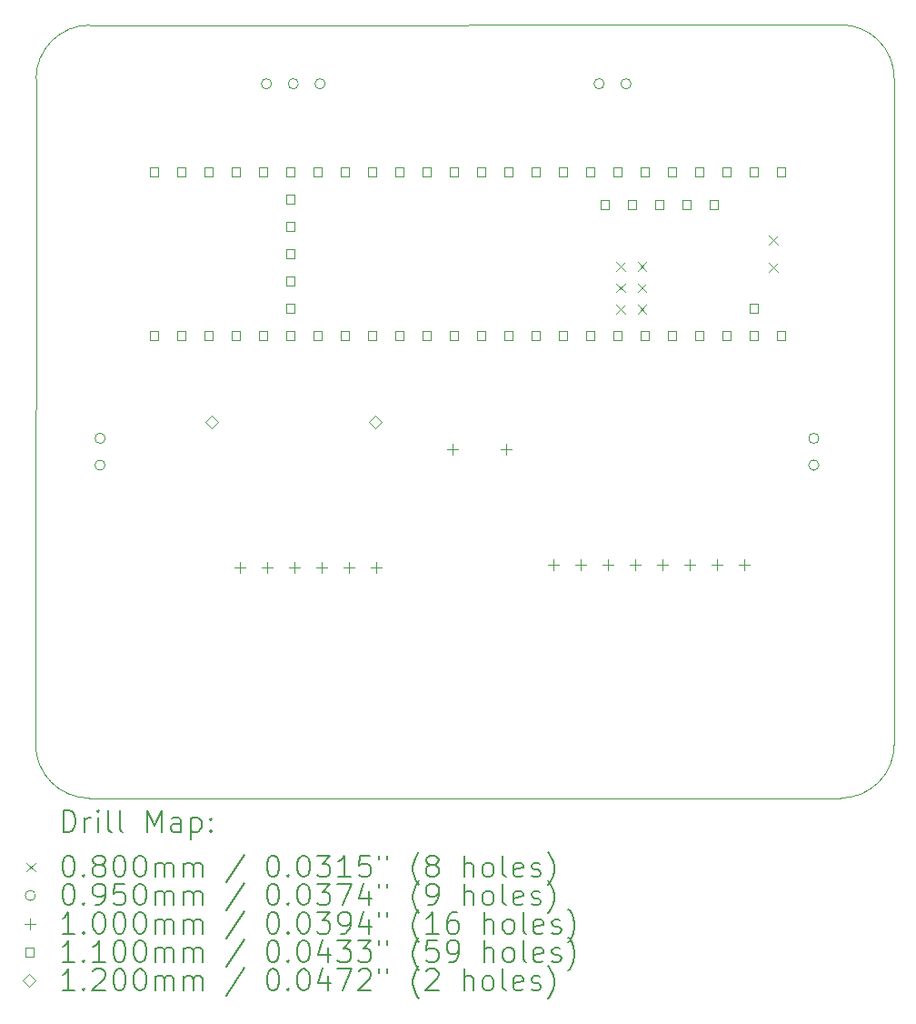
<source format=gbr>
%TF.GenerationSoftware,KiCad,Pcbnew,8.0.5*%
%TF.CreationDate,2025-01-31T12:13:57-06:00*%
%TF.ProjectId,DRAG_SUBSCALE_WIRING,44524147-5f53-4554-9253-43414c455f57,rev?*%
%TF.SameCoordinates,Original*%
%TF.FileFunction,Drillmap*%
%TF.FilePolarity,Positive*%
%FSLAX45Y45*%
G04 Gerber Fmt 4.5, Leading zero omitted, Abs format (unit mm)*
G04 Created by KiCad (PCBNEW 8.0.5) date 2025-01-31 12:13:57*
%MOMM*%
%LPD*%
G01*
G04 APERTURE LIST*
%ADD10C,0.050000*%
%ADD11C,0.200000*%
%ADD12C,0.100000*%
%ADD13C,0.110000*%
%ADD14C,0.120000*%
G04 APERTURE END LIST*
D10*
X13700000Y-13050000D02*
X13703553Y-6853553D01*
X21700000Y-13050000D02*
G75*
G02*
X21200000Y-13550000I-500000J0D01*
G01*
X21200000Y-13550000D02*
X14200000Y-13550000D01*
X14200000Y-13550000D02*
G75*
G02*
X13700000Y-13050000I0J500000D01*
G01*
X14203553Y-6353553D02*
X21200000Y-6350000D01*
X21700000Y-6850000D02*
X21700000Y-13050000D01*
X13703553Y-6853553D02*
G75*
G02*
X14203553Y-6353553I499997J3D01*
G01*
X21200000Y-6350000D02*
G75*
G02*
X21700000Y-6850000I0J-500000D01*
G01*
D11*
D12*
X19110000Y-8560000D02*
X19190000Y-8640000D01*
X19190000Y-8560000D02*
X19110000Y-8640000D01*
X19110000Y-8760000D02*
X19190000Y-8840000D01*
X19190000Y-8760000D02*
X19110000Y-8840000D01*
X19110000Y-8960000D02*
X19190000Y-9040000D01*
X19190000Y-8960000D02*
X19110000Y-9040000D01*
X19310000Y-8560000D02*
X19390000Y-8640000D01*
X19390000Y-8560000D02*
X19310000Y-8640000D01*
X19310000Y-8760000D02*
X19390000Y-8840000D01*
X19390000Y-8760000D02*
X19310000Y-8840000D01*
X19310000Y-8960000D02*
X19390000Y-9040000D01*
X19390000Y-8960000D02*
X19310000Y-9040000D01*
X20534000Y-8314840D02*
X20614000Y-8394840D01*
X20614000Y-8314840D02*
X20534000Y-8394840D01*
X20534000Y-8568840D02*
X20614000Y-8648840D01*
X20614000Y-8568840D02*
X20534000Y-8648840D01*
X14347500Y-10200000D02*
G75*
G02*
X14252500Y-10200000I-47500J0D01*
G01*
X14252500Y-10200000D02*
G75*
G02*
X14347500Y-10200000I47500J0D01*
G01*
X14347500Y-10450000D02*
G75*
G02*
X14252500Y-10450000I-47500J0D01*
G01*
X14252500Y-10450000D02*
G75*
G02*
X14347500Y-10450000I47500J0D01*
G01*
X15897500Y-6900000D02*
G75*
G02*
X15802500Y-6900000I-47500J0D01*
G01*
X15802500Y-6900000D02*
G75*
G02*
X15897500Y-6900000I47500J0D01*
G01*
X16147500Y-6900000D02*
G75*
G02*
X16052500Y-6900000I-47500J0D01*
G01*
X16052500Y-6900000D02*
G75*
G02*
X16147500Y-6900000I47500J0D01*
G01*
X16397500Y-6900000D02*
G75*
G02*
X16302500Y-6900000I-47500J0D01*
G01*
X16302500Y-6900000D02*
G75*
G02*
X16397500Y-6900000I47500J0D01*
G01*
X18997500Y-6900000D02*
G75*
G02*
X18902500Y-6900000I-47500J0D01*
G01*
X18902500Y-6900000D02*
G75*
G02*
X18997500Y-6900000I47500J0D01*
G01*
X19247500Y-6900000D02*
G75*
G02*
X19152500Y-6900000I-47500J0D01*
G01*
X19152500Y-6900000D02*
G75*
G02*
X19247500Y-6900000I47500J0D01*
G01*
X20997500Y-10200000D02*
G75*
G02*
X20902500Y-10200000I-47500J0D01*
G01*
X20902500Y-10200000D02*
G75*
G02*
X20997500Y-10200000I47500J0D01*
G01*
X20997500Y-10450000D02*
G75*
G02*
X20902500Y-10450000I-47500J0D01*
G01*
X20902500Y-10450000D02*
G75*
G02*
X20997500Y-10450000I47500J0D01*
G01*
X15600000Y-11350000D02*
X15600000Y-11450000D01*
X15550000Y-11400000D02*
X15650000Y-11400000D01*
X15854000Y-11350000D02*
X15854000Y-11450000D01*
X15804000Y-11400000D02*
X15904000Y-11400000D01*
X16108000Y-11350000D02*
X16108000Y-11450000D01*
X16058000Y-11400000D02*
X16158000Y-11400000D01*
X16362000Y-11350000D02*
X16362000Y-11450000D01*
X16312000Y-11400000D02*
X16412000Y-11400000D01*
X16616000Y-11350000D02*
X16616000Y-11450000D01*
X16566000Y-11400000D02*
X16666000Y-11400000D01*
X16870000Y-11350000D02*
X16870000Y-11450000D01*
X16820000Y-11400000D02*
X16920000Y-11400000D01*
X17587079Y-10250000D02*
X17587079Y-10350000D01*
X17537079Y-10300000D02*
X17637079Y-10300000D01*
X18087079Y-10250000D02*
X18087079Y-10350000D01*
X18037079Y-10300000D02*
X18137079Y-10300000D01*
X18527000Y-11330000D02*
X18527000Y-11430000D01*
X18477000Y-11380000D02*
X18577000Y-11380000D01*
X18781000Y-11330000D02*
X18781000Y-11430000D01*
X18731000Y-11380000D02*
X18831000Y-11380000D01*
X19035000Y-11330000D02*
X19035000Y-11430000D01*
X18985000Y-11380000D02*
X19085000Y-11380000D01*
X19289000Y-11330000D02*
X19289000Y-11430000D01*
X19239000Y-11380000D02*
X19339000Y-11380000D01*
X19543000Y-11330000D02*
X19543000Y-11430000D01*
X19493000Y-11380000D02*
X19593000Y-11380000D01*
X19797000Y-11330000D02*
X19797000Y-11430000D01*
X19747000Y-11380000D02*
X19847000Y-11380000D01*
X20051000Y-11330000D02*
X20051000Y-11430000D01*
X20001000Y-11380000D02*
X20101000Y-11380000D01*
X20305000Y-11330000D02*
X20305000Y-11430000D01*
X20255000Y-11380000D02*
X20355000Y-11380000D01*
D13*
X14843891Y-7758731D02*
X14843891Y-7680949D01*
X14766109Y-7680949D01*
X14766109Y-7758731D01*
X14843891Y-7758731D01*
X14843891Y-9282731D02*
X14843891Y-9204949D01*
X14766109Y-9204949D01*
X14766109Y-9282731D01*
X14843891Y-9282731D01*
X15097891Y-7758731D02*
X15097891Y-7680949D01*
X15020109Y-7680949D01*
X15020109Y-7758731D01*
X15097891Y-7758731D01*
X15097891Y-9282731D02*
X15097891Y-9204949D01*
X15020109Y-9204949D01*
X15020109Y-9282731D01*
X15097891Y-9282731D01*
X15351891Y-7758731D02*
X15351891Y-7680949D01*
X15274109Y-7680949D01*
X15274109Y-7758731D01*
X15351891Y-7758731D01*
X15351891Y-9282731D02*
X15351891Y-9204949D01*
X15274109Y-9204949D01*
X15274109Y-9282731D01*
X15351891Y-9282731D01*
X15605891Y-7758731D02*
X15605891Y-7680949D01*
X15528109Y-7680949D01*
X15528109Y-7758731D01*
X15605891Y-7758731D01*
X15605891Y-9282731D02*
X15605891Y-9204949D01*
X15528109Y-9204949D01*
X15528109Y-9282731D01*
X15605891Y-9282731D01*
X15859891Y-7758731D02*
X15859891Y-7680949D01*
X15782109Y-7680949D01*
X15782109Y-7758731D01*
X15859891Y-7758731D01*
X15859891Y-9282731D02*
X15859891Y-9204949D01*
X15782109Y-9204949D01*
X15782109Y-9282731D01*
X15859891Y-9282731D01*
X16113891Y-7758731D02*
X16113891Y-7680949D01*
X16036109Y-7680949D01*
X16036109Y-7758731D01*
X16113891Y-7758731D01*
X16113891Y-8012731D02*
X16113891Y-7934949D01*
X16036109Y-7934949D01*
X16036109Y-8012731D01*
X16113891Y-8012731D01*
X16113891Y-8266731D02*
X16113891Y-8188949D01*
X16036109Y-8188949D01*
X16036109Y-8266731D01*
X16113891Y-8266731D01*
X16113891Y-8520731D02*
X16113891Y-8442949D01*
X16036109Y-8442949D01*
X16036109Y-8520731D01*
X16113891Y-8520731D01*
X16113891Y-8774731D02*
X16113891Y-8696949D01*
X16036109Y-8696949D01*
X16036109Y-8774731D01*
X16113891Y-8774731D01*
X16113891Y-9028731D02*
X16113891Y-8950949D01*
X16036109Y-8950949D01*
X16036109Y-9028731D01*
X16113891Y-9028731D01*
X16113891Y-9282731D02*
X16113891Y-9204949D01*
X16036109Y-9204949D01*
X16036109Y-9282731D01*
X16113891Y-9282731D01*
X16367891Y-7758731D02*
X16367891Y-7680949D01*
X16290109Y-7680949D01*
X16290109Y-7758731D01*
X16367891Y-7758731D01*
X16367891Y-9282731D02*
X16367891Y-9204949D01*
X16290109Y-9204949D01*
X16290109Y-9282731D01*
X16367891Y-9282731D01*
X16621891Y-7758731D02*
X16621891Y-7680949D01*
X16544109Y-7680949D01*
X16544109Y-7758731D01*
X16621891Y-7758731D01*
X16621891Y-9282731D02*
X16621891Y-9204949D01*
X16544109Y-9204949D01*
X16544109Y-9282731D01*
X16621891Y-9282731D01*
X16875891Y-7758731D02*
X16875891Y-7680949D01*
X16798109Y-7680949D01*
X16798109Y-7758731D01*
X16875891Y-7758731D01*
X16875891Y-9282731D02*
X16875891Y-9204949D01*
X16798109Y-9204949D01*
X16798109Y-9282731D01*
X16875891Y-9282731D01*
X17129891Y-7758731D02*
X17129891Y-7680949D01*
X17052109Y-7680949D01*
X17052109Y-7758731D01*
X17129891Y-7758731D01*
X17129891Y-9282731D02*
X17129891Y-9204949D01*
X17052109Y-9204949D01*
X17052109Y-9282731D01*
X17129891Y-9282731D01*
X17383891Y-7758731D02*
X17383891Y-7680949D01*
X17306109Y-7680949D01*
X17306109Y-7758731D01*
X17383891Y-7758731D01*
X17383891Y-9282731D02*
X17383891Y-9204949D01*
X17306109Y-9204949D01*
X17306109Y-9282731D01*
X17383891Y-9282731D01*
X17637891Y-7758731D02*
X17637891Y-7680949D01*
X17560109Y-7680949D01*
X17560109Y-7758731D01*
X17637891Y-7758731D01*
X17637891Y-9282731D02*
X17637891Y-9204949D01*
X17560109Y-9204949D01*
X17560109Y-9282731D01*
X17637891Y-9282731D01*
X17891891Y-7758731D02*
X17891891Y-7680949D01*
X17814109Y-7680949D01*
X17814109Y-7758731D01*
X17891891Y-7758731D01*
X17891891Y-9282731D02*
X17891891Y-9204949D01*
X17814109Y-9204949D01*
X17814109Y-9282731D01*
X17891891Y-9282731D01*
X18145891Y-7758731D02*
X18145891Y-7680949D01*
X18068109Y-7680949D01*
X18068109Y-7758731D01*
X18145891Y-7758731D01*
X18145891Y-9282731D02*
X18145891Y-9204949D01*
X18068109Y-9204949D01*
X18068109Y-9282731D01*
X18145891Y-9282731D01*
X18399891Y-7758731D02*
X18399891Y-7680949D01*
X18322109Y-7680949D01*
X18322109Y-7758731D01*
X18399891Y-7758731D01*
X18399891Y-9282731D02*
X18399891Y-9204949D01*
X18322109Y-9204949D01*
X18322109Y-9282731D01*
X18399891Y-9282731D01*
X18653891Y-7758731D02*
X18653891Y-7680949D01*
X18576109Y-7680949D01*
X18576109Y-7758731D01*
X18653891Y-7758731D01*
X18653891Y-9282731D02*
X18653891Y-9204949D01*
X18576109Y-9204949D01*
X18576109Y-9282731D01*
X18653891Y-9282731D01*
X18907891Y-7758731D02*
X18907891Y-7680949D01*
X18830109Y-7680949D01*
X18830109Y-7758731D01*
X18907891Y-7758731D01*
X18907891Y-9282731D02*
X18907891Y-9204949D01*
X18830109Y-9204949D01*
X18830109Y-9282731D01*
X18907891Y-9282731D01*
X19039971Y-8063811D02*
X19039971Y-7986029D01*
X18962189Y-7986029D01*
X18962189Y-8063811D01*
X19039971Y-8063811D01*
X19161891Y-7758731D02*
X19161891Y-7680949D01*
X19084109Y-7680949D01*
X19084109Y-7758731D01*
X19161891Y-7758731D01*
X19161891Y-9282731D02*
X19161891Y-9204949D01*
X19084109Y-9204949D01*
X19084109Y-9282731D01*
X19161891Y-9282731D01*
X19293971Y-8063811D02*
X19293971Y-7986029D01*
X19216189Y-7986029D01*
X19216189Y-8063811D01*
X19293971Y-8063811D01*
X19415891Y-7758731D02*
X19415891Y-7680949D01*
X19338109Y-7680949D01*
X19338109Y-7758731D01*
X19415891Y-7758731D01*
X19415891Y-9282731D02*
X19415891Y-9204949D01*
X19338109Y-9204949D01*
X19338109Y-9282731D01*
X19415891Y-9282731D01*
X19547971Y-8063811D02*
X19547971Y-7986029D01*
X19470189Y-7986029D01*
X19470189Y-8063811D01*
X19547971Y-8063811D01*
X19669891Y-7758731D02*
X19669891Y-7680949D01*
X19592109Y-7680949D01*
X19592109Y-7758731D01*
X19669891Y-7758731D01*
X19669891Y-9282731D02*
X19669891Y-9204949D01*
X19592109Y-9204949D01*
X19592109Y-9282731D01*
X19669891Y-9282731D01*
X19801971Y-8063811D02*
X19801971Y-7986029D01*
X19724189Y-7986029D01*
X19724189Y-8063811D01*
X19801971Y-8063811D01*
X19923891Y-7758731D02*
X19923891Y-7680949D01*
X19846109Y-7680949D01*
X19846109Y-7758731D01*
X19923891Y-7758731D01*
X19923891Y-9282731D02*
X19923891Y-9204949D01*
X19846109Y-9204949D01*
X19846109Y-9282731D01*
X19923891Y-9282731D01*
X20055971Y-8063811D02*
X20055971Y-7986029D01*
X19978189Y-7986029D01*
X19978189Y-8063811D01*
X20055971Y-8063811D01*
X20177891Y-7758731D02*
X20177891Y-7680949D01*
X20100109Y-7680949D01*
X20100109Y-7758731D01*
X20177891Y-7758731D01*
X20177891Y-9282731D02*
X20177891Y-9204949D01*
X20100109Y-9204949D01*
X20100109Y-9282731D01*
X20177891Y-9282731D01*
X20431891Y-7758731D02*
X20431891Y-7680949D01*
X20354109Y-7680949D01*
X20354109Y-7758731D01*
X20431891Y-7758731D01*
X20431891Y-9028731D02*
X20431891Y-8950949D01*
X20354109Y-8950949D01*
X20354109Y-9028731D01*
X20431891Y-9028731D01*
X20431891Y-9282731D02*
X20431891Y-9204949D01*
X20354109Y-9204949D01*
X20354109Y-9282731D01*
X20431891Y-9282731D01*
X20685891Y-7758731D02*
X20685891Y-7680949D01*
X20608109Y-7680949D01*
X20608109Y-7758731D01*
X20685891Y-7758731D01*
X20685891Y-9282731D02*
X20685891Y-9204949D01*
X20608109Y-9204949D01*
X20608109Y-9282731D01*
X20685891Y-9282731D01*
D14*
X15338000Y-10110000D02*
X15398000Y-10050000D01*
X15338000Y-9990000D01*
X15278000Y-10050000D01*
X15338000Y-10110000D01*
X16862000Y-10110000D02*
X16922000Y-10050000D01*
X16862000Y-9990000D01*
X16802000Y-10050000D01*
X16862000Y-10110000D01*
D11*
X13958277Y-13863984D02*
X13958277Y-13663984D01*
X13958277Y-13663984D02*
X14005896Y-13663984D01*
X14005896Y-13663984D02*
X14034467Y-13673508D01*
X14034467Y-13673508D02*
X14053515Y-13692555D01*
X14053515Y-13692555D02*
X14063039Y-13711603D01*
X14063039Y-13711603D02*
X14072562Y-13749698D01*
X14072562Y-13749698D02*
X14072562Y-13778269D01*
X14072562Y-13778269D02*
X14063039Y-13816365D01*
X14063039Y-13816365D02*
X14053515Y-13835412D01*
X14053515Y-13835412D02*
X14034467Y-13854460D01*
X14034467Y-13854460D02*
X14005896Y-13863984D01*
X14005896Y-13863984D02*
X13958277Y-13863984D01*
X14158277Y-13863984D02*
X14158277Y-13730650D01*
X14158277Y-13768746D02*
X14167801Y-13749698D01*
X14167801Y-13749698D02*
X14177324Y-13740174D01*
X14177324Y-13740174D02*
X14196372Y-13730650D01*
X14196372Y-13730650D02*
X14215420Y-13730650D01*
X14282086Y-13863984D02*
X14282086Y-13730650D01*
X14282086Y-13663984D02*
X14272562Y-13673508D01*
X14272562Y-13673508D02*
X14282086Y-13683031D01*
X14282086Y-13683031D02*
X14291610Y-13673508D01*
X14291610Y-13673508D02*
X14282086Y-13663984D01*
X14282086Y-13663984D02*
X14282086Y-13683031D01*
X14405896Y-13863984D02*
X14386848Y-13854460D01*
X14386848Y-13854460D02*
X14377324Y-13835412D01*
X14377324Y-13835412D02*
X14377324Y-13663984D01*
X14510658Y-13863984D02*
X14491610Y-13854460D01*
X14491610Y-13854460D02*
X14482086Y-13835412D01*
X14482086Y-13835412D02*
X14482086Y-13663984D01*
X14739229Y-13863984D02*
X14739229Y-13663984D01*
X14739229Y-13663984D02*
X14805896Y-13806841D01*
X14805896Y-13806841D02*
X14872562Y-13663984D01*
X14872562Y-13663984D02*
X14872562Y-13863984D01*
X15053515Y-13863984D02*
X15053515Y-13759222D01*
X15053515Y-13759222D02*
X15043991Y-13740174D01*
X15043991Y-13740174D02*
X15024943Y-13730650D01*
X15024943Y-13730650D02*
X14986848Y-13730650D01*
X14986848Y-13730650D02*
X14967801Y-13740174D01*
X15053515Y-13854460D02*
X15034467Y-13863984D01*
X15034467Y-13863984D02*
X14986848Y-13863984D01*
X14986848Y-13863984D02*
X14967801Y-13854460D01*
X14967801Y-13854460D02*
X14958277Y-13835412D01*
X14958277Y-13835412D02*
X14958277Y-13816365D01*
X14958277Y-13816365D02*
X14967801Y-13797317D01*
X14967801Y-13797317D02*
X14986848Y-13787793D01*
X14986848Y-13787793D02*
X15034467Y-13787793D01*
X15034467Y-13787793D02*
X15053515Y-13778269D01*
X15148753Y-13730650D02*
X15148753Y-13930650D01*
X15148753Y-13740174D02*
X15167801Y-13730650D01*
X15167801Y-13730650D02*
X15205896Y-13730650D01*
X15205896Y-13730650D02*
X15224943Y-13740174D01*
X15224943Y-13740174D02*
X15234467Y-13749698D01*
X15234467Y-13749698D02*
X15243991Y-13768746D01*
X15243991Y-13768746D02*
X15243991Y-13825888D01*
X15243991Y-13825888D02*
X15234467Y-13844936D01*
X15234467Y-13844936D02*
X15224943Y-13854460D01*
X15224943Y-13854460D02*
X15205896Y-13863984D01*
X15205896Y-13863984D02*
X15167801Y-13863984D01*
X15167801Y-13863984D02*
X15148753Y-13854460D01*
X15329705Y-13844936D02*
X15339229Y-13854460D01*
X15339229Y-13854460D02*
X15329705Y-13863984D01*
X15329705Y-13863984D02*
X15320182Y-13854460D01*
X15320182Y-13854460D02*
X15329705Y-13844936D01*
X15329705Y-13844936D02*
X15329705Y-13863984D01*
X15329705Y-13740174D02*
X15339229Y-13749698D01*
X15339229Y-13749698D02*
X15329705Y-13759222D01*
X15329705Y-13759222D02*
X15320182Y-13749698D01*
X15320182Y-13749698D02*
X15329705Y-13740174D01*
X15329705Y-13740174D02*
X15329705Y-13759222D01*
D12*
X13617500Y-14152500D02*
X13697500Y-14232500D01*
X13697500Y-14152500D02*
X13617500Y-14232500D01*
D11*
X13996372Y-14083984D02*
X14015420Y-14083984D01*
X14015420Y-14083984D02*
X14034467Y-14093508D01*
X14034467Y-14093508D02*
X14043991Y-14103031D01*
X14043991Y-14103031D02*
X14053515Y-14122079D01*
X14053515Y-14122079D02*
X14063039Y-14160174D01*
X14063039Y-14160174D02*
X14063039Y-14207793D01*
X14063039Y-14207793D02*
X14053515Y-14245888D01*
X14053515Y-14245888D02*
X14043991Y-14264936D01*
X14043991Y-14264936D02*
X14034467Y-14274460D01*
X14034467Y-14274460D02*
X14015420Y-14283984D01*
X14015420Y-14283984D02*
X13996372Y-14283984D01*
X13996372Y-14283984D02*
X13977324Y-14274460D01*
X13977324Y-14274460D02*
X13967801Y-14264936D01*
X13967801Y-14264936D02*
X13958277Y-14245888D01*
X13958277Y-14245888D02*
X13948753Y-14207793D01*
X13948753Y-14207793D02*
X13948753Y-14160174D01*
X13948753Y-14160174D02*
X13958277Y-14122079D01*
X13958277Y-14122079D02*
X13967801Y-14103031D01*
X13967801Y-14103031D02*
X13977324Y-14093508D01*
X13977324Y-14093508D02*
X13996372Y-14083984D01*
X14148753Y-14264936D02*
X14158277Y-14274460D01*
X14158277Y-14274460D02*
X14148753Y-14283984D01*
X14148753Y-14283984D02*
X14139229Y-14274460D01*
X14139229Y-14274460D02*
X14148753Y-14264936D01*
X14148753Y-14264936D02*
X14148753Y-14283984D01*
X14272562Y-14169698D02*
X14253515Y-14160174D01*
X14253515Y-14160174D02*
X14243991Y-14150650D01*
X14243991Y-14150650D02*
X14234467Y-14131603D01*
X14234467Y-14131603D02*
X14234467Y-14122079D01*
X14234467Y-14122079D02*
X14243991Y-14103031D01*
X14243991Y-14103031D02*
X14253515Y-14093508D01*
X14253515Y-14093508D02*
X14272562Y-14083984D01*
X14272562Y-14083984D02*
X14310658Y-14083984D01*
X14310658Y-14083984D02*
X14329705Y-14093508D01*
X14329705Y-14093508D02*
X14339229Y-14103031D01*
X14339229Y-14103031D02*
X14348753Y-14122079D01*
X14348753Y-14122079D02*
X14348753Y-14131603D01*
X14348753Y-14131603D02*
X14339229Y-14150650D01*
X14339229Y-14150650D02*
X14329705Y-14160174D01*
X14329705Y-14160174D02*
X14310658Y-14169698D01*
X14310658Y-14169698D02*
X14272562Y-14169698D01*
X14272562Y-14169698D02*
X14253515Y-14179222D01*
X14253515Y-14179222D02*
X14243991Y-14188746D01*
X14243991Y-14188746D02*
X14234467Y-14207793D01*
X14234467Y-14207793D02*
X14234467Y-14245888D01*
X14234467Y-14245888D02*
X14243991Y-14264936D01*
X14243991Y-14264936D02*
X14253515Y-14274460D01*
X14253515Y-14274460D02*
X14272562Y-14283984D01*
X14272562Y-14283984D02*
X14310658Y-14283984D01*
X14310658Y-14283984D02*
X14329705Y-14274460D01*
X14329705Y-14274460D02*
X14339229Y-14264936D01*
X14339229Y-14264936D02*
X14348753Y-14245888D01*
X14348753Y-14245888D02*
X14348753Y-14207793D01*
X14348753Y-14207793D02*
X14339229Y-14188746D01*
X14339229Y-14188746D02*
X14329705Y-14179222D01*
X14329705Y-14179222D02*
X14310658Y-14169698D01*
X14472562Y-14083984D02*
X14491610Y-14083984D01*
X14491610Y-14083984D02*
X14510658Y-14093508D01*
X14510658Y-14093508D02*
X14520182Y-14103031D01*
X14520182Y-14103031D02*
X14529705Y-14122079D01*
X14529705Y-14122079D02*
X14539229Y-14160174D01*
X14539229Y-14160174D02*
X14539229Y-14207793D01*
X14539229Y-14207793D02*
X14529705Y-14245888D01*
X14529705Y-14245888D02*
X14520182Y-14264936D01*
X14520182Y-14264936D02*
X14510658Y-14274460D01*
X14510658Y-14274460D02*
X14491610Y-14283984D01*
X14491610Y-14283984D02*
X14472562Y-14283984D01*
X14472562Y-14283984D02*
X14453515Y-14274460D01*
X14453515Y-14274460D02*
X14443991Y-14264936D01*
X14443991Y-14264936D02*
X14434467Y-14245888D01*
X14434467Y-14245888D02*
X14424943Y-14207793D01*
X14424943Y-14207793D02*
X14424943Y-14160174D01*
X14424943Y-14160174D02*
X14434467Y-14122079D01*
X14434467Y-14122079D02*
X14443991Y-14103031D01*
X14443991Y-14103031D02*
X14453515Y-14093508D01*
X14453515Y-14093508D02*
X14472562Y-14083984D01*
X14663039Y-14083984D02*
X14682086Y-14083984D01*
X14682086Y-14083984D02*
X14701134Y-14093508D01*
X14701134Y-14093508D02*
X14710658Y-14103031D01*
X14710658Y-14103031D02*
X14720182Y-14122079D01*
X14720182Y-14122079D02*
X14729705Y-14160174D01*
X14729705Y-14160174D02*
X14729705Y-14207793D01*
X14729705Y-14207793D02*
X14720182Y-14245888D01*
X14720182Y-14245888D02*
X14710658Y-14264936D01*
X14710658Y-14264936D02*
X14701134Y-14274460D01*
X14701134Y-14274460D02*
X14682086Y-14283984D01*
X14682086Y-14283984D02*
X14663039Y-14283984D01*
X14663039Y-14283984D02*
X14643991Y-14274460D01*
X14643991Y-14274460D02*
X14634467Y-14264936D01*
X14634467Y-14264936D02*
X14624943Y-14245888D01*
X14624943Y-14245888D02*
X14615420Y-14207793D01*
X14615420Y-14207793D02*
X14615420Y-14160174D01*
X14615420Y-14160174D02*
X14624943Y-14122079D01*
X14624943Y-14122079D02*
X14634467Y-14103031D01*
X14634467Y-14103031D02*
X14643991Y-14093508D01*
X14643991Y-14093508D02*
X14663039Y-14083984D01*
X14815420Y-14283984D02*
X14815420Y-14150650D01*
X14815420Y-14169698D02*
X14824943Y-14160174D01*
X14824943Y-14160174D02*
X14843991Y-14150650D01*
X14843991Y-14150650D02*
X14872563Y-14150650D01*
X14872563Y-14150650D02*
X14891610Y-14160174D01*
X14891610Y-14160174D02*
X14901134Y-14179222D01*
X14901134Y-14179222D02*
X14901134Y-14283984D01*
X14901134Y-14179222D02*
X14910658Y-14160174D01*
X14910658Y-14160174D02*
X14929705Y-14150650D01*
X14929705Y-14150650D02*
X14958277Y-14150650D01*
X14958277Y-14150650D02*
X14977324Y-14160174D01*
X14977324Y-14160174D02*
X14986848Y-14179222D01*
X14986848Y-14179222D02*
X14986848Y-14283984D01*
X15082086Y-14283984D02*
X15082086Y-14150650D01*
X15082086Y-14169698D02*
X15091610Y-14160174D01*
X15091610Y-14160174D02*
X15110658Y-14150650D01*
X15110658Y-14150650D02*
X15139229Y-14150650D01*
X15139229Y-14150650D02*
X15158277Y-14160174D01*
X15158277Y-14160174D02*
X15167801Y-14179222D01*
X15167801Y-14179222D02*
X15167801Y-14283984D01*
X15167801Y-14179222D02*
X15177324Y-14160174D01*
X15177324Y-14160174D02*
X15196372Y-14150650D01*
X15196372Y-14150650D02*
X15224943Y-14150650D01*
X15224943Y-14150650D02*
X15243991Y-14160174D01*
X15243991Y-14160174D02*
X15253515Y-14179222D01*
X15253515Y-14179222D02*
X15253515Y-14283984D01*
X15643991Y-14074460D02*
X15472563Y-14331603D01*
X15901134Y-14083984D02*
X15920182Y-14083984D01*
X15920182Y-14083984D02*
X15939229Y-14093508D01*
X15939229Y-14093508D02*
X15948753Y-14103031D01*
X15948753Y-14103031D02*
X15958277Y-14122079D01*
X15958277Y-14122079D02*
X15967801Y-14160174D01*
X15967801Y-14160174D02*
X15967801Y-14207793D01*
X15967801Y-14207793D02*
X15958277Y-14245888D01*
X15958277Y-14245888D02*
X15948753Y-14264936D01*
X15948753Y-14264936D02*
X15939229Y-14274460D01*
X15939229Y-14274460D02*
X15920182Y-14283984D01*
X15920182Y-14283984D02*
X15901134Y-14283984D01*
X15901134Y-14283984D02*
X15882086Y-14274460D01*
X15882086Y-14274460D02*
X15872563Y-14264936D01*
X15872563Y-14264936D02*
X15863039Y-14245888D01*
X15863039Y-14245888D02*
X15853515Y-14207793D01*
X15853515Y-14207793D02*
X15853515Y-14160174D01*
X15853515Y-14160174D02*
X15863039Y-14122079D01*
X15863039Y-14122079D02*
X15872563Y-14103031D01*
X15872563Y-14103031D02*
X15882086Y-14093508D01*
X15882086Y-14093508D02*
X15901134Y-14083984D01*
X16053515Y-14264936D02*
X16063039Y-14274460D01*
X16063039Y-14274460D02*
X16053515Y-14283984D01*
X16053515Y-14283984D02*
X16043991Y-14274460D01*
X16043991Y-14274460D02*
X16053515Y-14264936D01*
X16053515Y-14264936D02*
X16053515Y-14283984D01*
X16186848Y-14083984D02*
X16205896Y-14083984D01*
X16205896Y-14083984D02*
X16224944Y-14093508D01*
X16224944Y-14093508D02*
X16234467Y-14103031D01*
X16234467Y-14103031D02*
X16243991Y-14122079D01*
X16243991Y-14122079D02*
X16253515Y-14160174D01*
X16253515Y-14160174D02*
X16253515Y-14207793D01*
X16253515Y-14207793D02*
X16243991Y-14245888D01*
X16243991Y-14245888D02*
X16234467Y-14264936D01*
X16234467Y-14264936D02*
X16224944Y-14274460D01*
X16224944Y-14274460D02*
X16205896Y-14283984D01*
X16205896Y-14283984D02*
X16186848Y-14283984D01*
X16186848Y-14283984D02*
X16167801Y-14274460D01*
X16167801Y-14274460D02*
X16158277Y-14264936D01*
X16158277Y-14264936D02*
X16148753Y-14245888D01*
X16148753Y-14245888D02*
X16139229Y-14207793D01*
X16139229Y-14207793D02*
X16139229Y-14160174D01*
X16139229Y-14160174D02*
X16148753Y-14122079D01*
X16148753Y-14122079D02*
X16158277Y-14103031D01*
X16158277Y-14103031D02*
X16167801Y-14093508D01*
X16167801Y-14093508D02*
X16186848Y-14083984D01*
X16320182Y-14083984D02*
X16443991Y-14083984D01*
X16443991Y-14083984D02*
X16377325Y-14160174D01*
X16377325Y-14160174D02*
X16405896Y-14160174D01*
X16405896Y-14160174D02*
X16424944Y-14169698D01*
X16424944Y-14169698D02*
X16434467Y-14179222D01*
X16434467Y-14179222D02*
X16443991Y-14198269D01*
X16443991Y-14198269D02*
X16443991Y-14245888D01*
X16443991Y-14245888D02*
X16434467Y-14264936D01*
X16434467Y-14264936D02*
X16424944Y-14274460D01*
X16424944Y-14274460D02*
X16405896Y-14283984D01*
X16405896Y-14283984D02*
X16348753Y-14283984D01*
X16348753Y-14283984D02*
X16329706Y-14274460D01*
X16329706Y-14274460D02*
X16320182Y-14264936D01*
X16634467Y-14283984D02*
X16520182Y-14283984D01*
X16577325Y-14283984D02*
X16577325Y-14083984D01*
X16577325Y-14083984D02*
X16558277Y-14112555D01*
X16558277Y-14112555D02*
X16539229Y-14131603D01*
X16539229Y-14131603D02*
X16520182Y-14141127D01*
X16815420Y-14083984D02*
X16720182Y-14083984D01*
X16720182Y-14083984D02*
X16710658Y-14179222D01*
X16710658Y-14179222D02*
X16720182Y-14169698D01*
X16720182Y-14169698D02*
X16739229Y-14160174D01*
X16739229Y-14160174D02*
X16786849Y-14160174D01*
X16786849Y-14160174D02*
X16805896Y-14169698D01*
X16805896Y-14169698D02*
X16815420Y-14179222D01*
X16815420Y-14179222D02*
X16824944Y-14198269D01*
X16824944Y-14198269D02*
X16824944Y-14245888D01*
X16824944Y-14245888D02*
X16815420Y-14264936D01*
X16815420Y-14264936D02*
X16805896Y-14274460D01*
X16805896Y-14274460D02*
X16786849Y-14283984D01*
X16786849Y-14283984D02*
X16739229Y-14283984D01*
X16739229Y-14283984D02*
X16720182Y-14274460D01*
X16720182Y-14274460D02*
X16710658Y-14264936D01*
X16901134Y-14083984D02*
X16901134Y-14122079D01*
X16977325Y-14083984D02*
X16977325Y-14122079D01*
X17272563Y-14360174D02*
X17263039Y-14350650D01*
X17263039Y-14350650D02*
X17243991Y-14322079D01*
X17243991Y-14322079D02*
X17234468Y-14303031D01*
X17234468Y-14303031D02*
X17224944Y-14274460D01*
X17224944Y-14274460D02*
X17215420Y-14226841D01*
X17215420Y-14226841D02*
X17215420Y-14188746D01*
X17215420Y-14188746D02*
X17224944Y-14141127D01*
X17224944Y-14141127D02*
X17234468Y-14112555D01*
X17234468Y-14112555D02*
X17243991Y-14093508D01*
X17243991Y-14093508D02*
X17263039Y-14064936D01*
X17263039Y-14064936D02*
X17272563Y-14055412D01*
X17377325Y-14169698D02*
X17358277Y-14160174D01*
X17358277Y-14160174D02*
X17348753Y-14150650D01*
X17348753Y-14150650D02*
X17339230Y-14131603D01*
X17339230Y-14131603D02*
X17339230Y-14122079D01*
X17339230Y-14122079D02*
X17348753Y-14103031D01*
X17348753Y-14103031D02*
X17358277Y-14093508D01*
X17358277Y-14093508D02*
X17377325Y-14083984D01*
X17377325Y-14083984D02*
X17415420Y-14083984D01*
X17415420Y-14083984D02*
X17434468Y-14093508D01*
X17434468Y-14093508D02*
X17443991Y-14103031D01*
X17443991Y-14103031D02*
X17453515Y-14122079D01*
X17453515Y-14122079D02*
X17453515Y-14131603D01*
X17453515Y-14131603D02*
X17443991Y-14150650D01*
X17443991Y-14150650D02*
X17434468Y-14160174D01*
X17434468Y-14160174D02*
X17415420Y-14169698D01*
X17415420Y-14169698D02*
X17377325Y-14169698D01*
X17377325Y-14169698D02*
X17358277Y-14179222D01*
X17358277Y-14179222D02*
X17348753Y-14188746D01*
X17348753Y-14188746D02*
X17339230Y-14207793D01*
X17339230Y-14207793D02*
X17339230Y-14245888D01*
X17339230Y-14245888D02*
X17348753Y-14264936D01*
X17348753Y-14264936D02*
X17358277Y-14274460D01*
X17358277Y-14274460D02*
X17377325Y-14283984D01*
X17377325Y-14283984D02*
X17415420Y-14283984D01*
X17415420Y-14283984D02*
X17434468Y-14274460D01*
X17434468Y-14274460D02*
X17443991Y-14264936D01*
X17443991Y-14264936D02*
X17453515Y-14245888D01*
X17453515Y-14245888D02*
X17453515Y-14207793D01*
X17453515Y-14207793D02*
X17443991Y-14188746D01*
X17443991Y-14188746D02*
X17434468Y-14179222D01*
X17434468Y-14179222D02*
X17415420Y-14169698D01*
X17691611Y-14283984D02*
X17691611Y-14083984D01*
X17777325Y-14283984D02*
X17777325Y-14179222D01*
X17777325Y-14179222D02*
X17767801Y-14160174D01*
X17767801Y-14160174D02*
X17748753Y-14150650D01*
X17748753Y-14150650D02*
X17720182Y-14150650D01*
X17720182Y-14150650D02*
X17701134Y-14160174D01*
X17701134Y-14160174D02*
X17691611Y-14169698D01*
X17901134Y-14283984D02*
X17882087Y-14274460D01*
X17882087Y-14274460D02*
X17872563Y-14264936D01*
X17872563Y-14264936D02*
X17863039Y-14245888D01*
X17863039Y-14245888D02*
X17863039Y-14188746D01*
X17863039Y-14188746D02*
X17872563Y-14169698D01*
X17872563Y-14169698D02*
X17882087Y-14160174D01*
X17882087Y-14160174D02*
X17901134Y-14150650D01*
X17901134Y-14150650D02*
X17929706Y-14150650D01*
X17929706Y-14150650D02*
X17948753Y-14160174D01*
X17948753Y-14160174D02*
X17958277Y-14169698D01*
X17958277Y-14169698D02*
X17967801Y-14188746D01*
X17967801Y-14188746D02*
X17967801Y-14245888D01*
X17967801Y-14245888D02*
X17958277Y-14264936D01*
X17958277Y-14264936D02*
X17948753Y-14274460D01*
X17948753Y-14274460D02*
X17929706Y-14283984D01*
X17929706Y-14283984D02*
X17901134Y-14283984D01*
X18082087Y-14283984D02*
X18063039Y-14274460D01*
X18063039Y-14274460D02*
X18053515Y-14255412D01*
X18053515Y-14255412D02*
X18053515Y-14083984D01*
X18234468Y-14274460D02*
X18215420Y-14283984D01*
X18215420Y-14283984D02*
X18177325Y-14283984D01*
X18177325Y-14283984D02*
X18158277Y-14274460D01*
X18158277Y-14274460D02*
X18148753Y-14255412D01*
X18148753Y-14255412D02*
X18148753Y-14179222D01*
X18148753Y-14179222D02*
X18158277Y-14160174D01*
X18158277Y-14160174D02*
X18177325Y-14150650D01*
X18177325Y-14150650D02*
X18215420Y-14150650D01*
X18215420Y-14150650D02*
X18234468Y-14160174D01*
X18234468Y-14160174D02*
X18243992Y-14179222D01*
X18243992Y-14179222D02*
X18243992Y-14198269D01*
X18243992Y-14198269D02*
X18148753Y-14217317D01*
X18320182Y-14274460D02*
X18339230Y-14283984D01*
X18339230Y-14283984D02*
X18377325Y-14283984D01*
X18377325Y-14283984D02*
X18396373Y-14274460D01*
X18396373Y-14274460D02*
X18405896Y-14255412D01*
X18405896Y-14255412D02*
X18405896Y-14245888D01*
X18405896Y-14245888D02*
X18396373Y-14226841D01*
X18396373Y-14226841D02*
X18377325Y-14217317D01*
X18377325Y-14217317D02*
X18348753Y-14217317D01*
X18348753Y-14217317D02*
X18329706Y-14207793D01*
X18329706Y-14207793D02*
X18320182Y-14188746D01*
X18320182Y-14188746D02*
X18320182Y-14179222D01*
X18320182Y-14179222D02*
X18329706Y-14160174D01*
X18329706Y-14160174D02*
X18348753Y-14150650D01*
X18348753Y-14150650D02*
X18377325Y-14150650D01*
X18377325Y-14150650D02*
X18396373Y-14160174D01*
X18472563Y-14360174D02*
X18482087Y-14350650D01*
X18482087Y-14350650D02*
X18501134Y-14322079D01*
X18501134Y-14322079D02*
X18510658Y-14303031D01*
X18510658Y-14303031D02*
X18520182Y-14274460D01*
X18520182Y-14274460D02*
X18529706Y-14226841D01*
X18529706Y-14226841D02*
X18529706Y-14188746D01*
X18529706Y-14188746D02*
X18520182Y-14141127D01*
X18520182Y-14141127D02*
X18510658Y-14112555D01*
X18510658Y-14112555D02*
X18501134Y-14093508D01*
X18501134Y-14093508D02*
X18482087Y-14064936D01*
X18482087Y-14064936D02*
X18472563Y-14055412D01*
D12*
X13697500Y-14456500D02*
G75*
G02*
X13602500Y-14456500I-47500J0D01*
G01*
X13602500Y-14456500D02*
G75*
G02*
X13697500Y-14456500I47500J0D01*
G01*
D11*
X13996372Y-14347984D02*
X14015420Y-14347984D01*
X14015420Y-14347984D02*
X14034467Y-14357508D01*
X14034467Y-14357508D02*
X14043991Y-14367031D01*
X14043991Y-14367031D02*
X14053515Y-14386079D01*
X14053515Y-14386079D02*
X14063039Y-14424174D01*
X14063039Y-14424174D02*
X14063039Y-14471793D01*
X14063039Y-14471793D02*
X14053515Y-14509888D01*
X14053515Y-14509888D02*
X14043991Y-14528936D01*
X14043991Y-14528936D02*
X14034467Y-14538460D01*
X14034467Y-14538460D02*
X14015420Y-14547984D01*
X14015420Y-14547984D02*
X13996372Y-14547984D01*
X13996372Y-14547984D02*
X13977324Y-14538460D01*
X13977324Y-14538460D02*
X13967801Y-14528936D01*
X13967801Y-14528936D02*
X13958277Y-14509888D01*
X13958277Y-14509888D02*
X13948753Y-14471793D01*
X13948753Y-14471793D02*
X13948753Y-14424174D01*
X13948753Y-14424174D02*
X13958277Y-14386079D01*
X13958277Y-14386079D02*
X13967801Y-14367031D01*
X13967801Y-14367031D02*
X13977324Y-14357508D01*
X13977324Y-14357508D02*
X13996372Y-14347984D01*
X14148753Y-14528936D02*
X14158277Y-14538460D01*
X14158277Y-14538460D02*
X14148753Y-14547984D01*
X14148753Y-14547984D02*
X14139229Y-14538460D01*
X14139229Y-14538460D02*
X14148753Y-14528936D01*
X14148753Y-14528936D02*
X14148753Y-14547984D01*
X14253515Y-14547984D02*
X14291610Y-14547984D01*
X14291610Y-14547984D02*
X14310658Y-14538460D01*
X14310658Y-14538460D02*
X14320182Y-14528936D01*
X14320182Y-14528936D02*
X14339229Y-14500365D01*
X14339229Y-14500365D02*
X14348753Y-14462269D01*
X14348753Y-14462269D02*
X14348753Y-14386079D01*
X14348753Y-14386079D02*
X14339229Y-14367031D01*
X14339229Y-14367031D02*
X14329705Y-14357508D01*
X14329705Y-14357508D02*
X14310658Y-14347984D01*
X14310658Y-14347984D02*
X14272562Y-14347984D01*
X14272562Y-14347984D02*
X14253515Y-14357508D01*
X14253515Y-14357508D02*
X14243991Y-14367031D01*
X14243991Y-14367031D02*
X14234467Y-14386079D01*
X14234467Y-14386079D02*
X14234467Y-14433698D01*
X14234467Y-14433698D02*
X14243991Y-14452746D01*
X14243991Y-14452746D02*
X14253515Y-14462269D01*
X14253515Y-14462269D02*
X14272562Y-14471793D01*
X14272562Y-14471793D02*
X14310658Y-14471793D01*
X14310658Y-14471793D02*
X14329705Y-14462269D01*
X14329705Y-14462269D02*
X14339229Y-14452746D01*
X14339229Y-14452746D02*
X14348753Y-14433698D01*
X14529705Y-14347984D02*
X14434467Y-14347984D01*
X14434467Y-14347984D02*
X14424943Y-14443222D01*
X14424943Y-14443222D02*
X14434467Y-14433698D01*
X14434467Y-14433698D02*
X14453515Y-14424174D01*
X14453515Y-14424174D02*
X14501134Y-14424174D01*
X14501134Y-14424174D02*
X14520182Y-14433698D01*
X14520182Y-14433698D02*
X14529705Y-14443222D01*
X14529705Y-14443222D02*
X14539229Y-14462269D01*
X14539229Y-14462269D02*
X14539229Y-14509888D01*
X14539229Y-14509888D02*
X14529705Y-14528936D01*
X14529705Y-14528936D02*
X14520182Y-14538460D01*
X14520182Y-14538460D02*
X14501134Y-14547984D01*
X14501134Y-14547984D02*
X14453515Y-14547984D01*
X14453515Y-14547984D02*
X14434467Y-14538460D01*
X14434467Y-14538460D02*
X14424943Y-14528936D01*
X14663039Y-14347984D02*
X14682086Y-14347984D01*
X14682086Y-14347984D02*
X14701134Y-14357508D01*
X14701134Y-14357508D02*
X14710658Y-14367031D01*
X14710658Y-14367031D02*
X14720182Y-14386079D01*
X14720182Y-14386079D02*
X14729705Y-14424174D01*
X14729705Y-14424174D02*
X14729705Y-14471793D01*
X14729705Y-14471793D02*
X14720182Y-14509888D01*
X14720182Y-14509888D02*
X14710658Y-14528936D01*
X14710658Y-14528936D02*
X14701134Y-14538460D01*
X14701134Y-14538460D02*
X14682086Y-14547984D01*
X14682086Y-14547984D02*
X14663039Y-14547984D01*
X14663039Y-14547984D02*
X14643991Y-14538460D01*
X14643991Y-14538460D02*
X14634467Y-14528936D01*
X14634467Y-14528936D02*
X14624943Y-14509888D01*
X14624943Y-14509888D02*
X14615420Y-14471793D01*
X14615420Y-14471793D02*
X14615420Y-14424174D01*
X14615420Y-14424174D02*
X14624943Y-14386079D01*
X14624943Y-14386079D02*
X14634467Y-14367031D01*
X14634467Y-14367031D02*
X14643991Y-14357508D01*
X14643991Y-14357508D02*
X14663039Y-14347984D01*
X14815420Y-14547984D02*
X14815420Y-14414650D01*
X14815420Y-14433698D02*
X14824943Y-14424174D01*
X14824943Y-14424174D02*
X14843991Y-14414650D01*
X14843991Y-14414650D02*
X14872563Y-14414650D01*
X14872563Y-14414650D02*
X14891610Y-14424174D01*
X14891610Y-14424174D02*
X14901134Y-14443222D01*
X14901134Y-14443222D02*
X14901134Y-14547984D01*
X14901134Y-14443222D02*
X14910658Y-14424174D01*
X14910658Y-14424174D02*
X14929705Y-14414650D01*
X14929705Y-14414650D02*
X14958277Y-14414650D01*
X14958277Y-14414650D02*
X14977324Y-14424174D01*
X14977324Y-14424174D02*
X14986848Y-14443222D01*
X14986848Y-14443222D02*
X14986848Y-14547984D01*
X15082086Y-14547984D02*
X15082086Y-14414650D01*
X15082086Y-14433698D02*
X15091610Y-14424174D01*
X15091610Y-14424174D02*
X15110658Y-14414650D01*
X15110658Y-14414650D02*
X15139229Y-14414650D01*
X15139229Y-14414650D02*
X15158277Y-14424174D01*
X15158277Y-14424174D02*
X15167801Y-14443222D01*
X15167801Y-14443222D02*
X15167801Y-14547984D01*
X15167801Y-14443222D02*
X15177324Y-14424174D01*
X15177324Y-14424174D02*
X15196372Y-14414650D01*
X15196372Y-14414650D02*
X15224943Y-14414650D01*
X15224943Y-14414650D02*
X15243991Y-14424174D01*
X15243991Y-14424174D02*
X15253515Y-14443222D01*
X15253515Y-14443222D02*
X15253515Y-14547984D01*
X15643991Y-14338460D02*
X15472563Y-14595603D01*
X15901134Y-14347984D02*
X15920182Y-14347984D01*
X15920182Y-14347984D02*
X15939229Y-14357508D01*
X15939229Y-14357508D02*
X15948753Y-14367031D01*
X15948753Y-14367031D02*
X15958277Y-14386079D01*
X15958277Y-14386079D02*
X15967801Y-14424174D01*
X15967801Y-14424174D02*
X15967801Y-14471793D01*
X15967801Y-14471793D02*
X15958277Y-14509888D01*
X15958277Y-14509888D02*
X15948753Y-14528936D01*
X15948753Y-14528936D02*
X15939229Y-14538460D01*
X15939229Y-14538460D02*
X15920182Y-14547984D01*
X15920182Y-14547984D02*
X15901134Y-14547984D01*
X15901134Y-14547984D02*
X15882086Y-14538460D01*
X15882086Y-14538460D02*
X15872563Y-14528936D01*
X15872563Y-14528936D02*
X15863039Y-14509888D01*
X15863039Y-14509888D02*
X15853515Y-14471793D01*
X15853515Y-14471793D02*
X15853515Y-14424174D01*
X15853515Y-14424174D02*
X15863039Y-14386079D01*
X15863039Y-14386079D02*
X15872563Y-14367031D01*
X15872563Y-14367031D02*
X15882086Y-14357508D01*
X15882086Y-14357508D02*
X15901134Y-14347984D01*
X16053515Y-14528936D02*
X16063039Y-14538460D01*
X16063039Y-14538460D02*
X16053515Y-14547984D01*
X16053515Y-14547984D02*
X16043991Y-14538460D01*
X16043991Y-14538460D02*
X16053515Y-14528936D01*
X16053515Y-14528936D02*
X16053515Y-14547984D01*
X16186848Y-14347984D02*
X16205896Y-14347984D01*
X16205896Y-14347984D02*
X16224944Y-14357508D01*
X16224944Y-14357508D02*
X16234467Y-14367031D01*
X16234467Y-14367031D02*
X16243991Y-14386079D01*
X16243991Y-14386079D02*
X16253515Y-14424174D01*
X16253515Y-14424174D02*
X16253515Y-14471793D01*
X16253515Y-14471793D02*
X16243991Y-14509888D01*
X16243991Y-14509888D02*
X16234467Y-14528936D01*
X16234467Y-14528936D02*
X16224944Y-14538460D01*
X16224944Y-14538460D02*
X16205896Y-14547984D01*
X16205896Y-14547984D02*
X16186848Y-14547984D01*
X16186848Y-14547984D02*
X16167801Y-14538460D01*
X16167801Y-14538460D02*
X16158277Y-14528936D01*
X16158277Y-14528936D02*
X16148753Y-14509888D01*
X16148753Y-14509888D02*
X16139229Y-14471793D01*
X16139229Y-14471793D02*
X16139229Y-14424174D01*
X16139229Y-14424174D02*
X16148753Y-14386079D01*
X16148753Y-14386079D02*
X16158277Y-14367031D01*
X16158277Y-14367031D02*
X16167801Y-14357508D01*
X16167801Y-14357508D02*
X16186848Y-14347984D01*
X16320182Y-14347984D02*
X16443991Y-14347984D01*
X16443991Y-14347984D02*
X16377325Y-14424174D01*
X16377325Y-14424174D02*
X16405896Y-14424174D01*
X16405896Y-14424174D02*
X16424944Y-14433698D01*
X16424944Y-14433698D02*
X16434467Y-14443222D01*
X16434467Y-14443222D02*
X16443991Y-14462269D01*
X16443991Y-14462269D02*
X16443991Y-14509888D01*
X16443991Y-14509888D02*
X16434467Y-14528936D01*
X16434467Y-14528936D02*
X16424944Y-14538460D01*
X16424944Y-14538460D02*
X16405896Y-14547984D01*
X16405896Y-14547984D02*
X16348753Y-14547984D01*
X16348753Y-14547984D02*
X16329706Y-14538460D01*
X16329706Y-14538460D02*
X16320182Y-14528936D01*
X16510658Y-14347984D02*
X16643991Y-14347984D01*
X16643991Y-14347984D02*
X16558277Y-14547984D01*
X16805896Y-14414650D02*
X16805896Y-14547984D01*
X16758277Y-14338460D02*
X16710658Y-14481317D01*
X16710658Y-14481317D02*
X16834468Y-14481317D01*
X16901134Y-14347984D02*
X16901134Y-14386079D01*
X16977325Y-14347984D02*
X16977325Y-14386079D01*
X17272563Y-14624174D02*
X17263039Y-14614650D01*
X17263039Y-14614650D02*
X17243991Y-14586079D01*
X17243991Y-14586079D02*
X17234468Y-14567031D01*
X17234468Y-14567031D02*
X17224944Y-14538460D01*
X17224944Y-14538460D02*
X17215420Y-14490841D01*
X17215420Y-14490841D02*
X17215420Y-14452746D01*
X17215420Y-14452746D02*
X17224944Y-14405127D01*
X17224944Y-14405127D02*
X17234468Y-14376555D01*
X17234468Y-14376555D02*
X17243991Y-14357508D01*
X17243991Y-14357508D02*
X17263039Y-14328936D01*
X17263039Y-14328936D02*
X17272563Y-14319412D01*
X17358277Y-14547984D02*
X17396372Y-14547984D01*
X17396372Y-14547984D02*
X17415420Y-14538460D01*
X17415420Y-14538460D02*
X17424944Y-14528936D01*
X17424944Y-14528936D02*
X17443991Y-14500365D01*
X17443991Y-14500365D02*
X17453515Y-14462269D01*
X17453515Y-14462269D02*
X17453515Y-14386079D01*
X17453515Y-14386079D02*
X17443991Y-14367031D01*
X17443991Y-14367031D02*
X17434468Y-14357508D01*
X17434468Y-14357508D02*
X17415420Y-14347984D01*
X17415420Y-14347984D02*
X17377325Y-14347984D01*
X17377325Y-14347984D02*
X17358277Y-14357508D01*
X17358277Y-14357508D02*
X17348753Y-14367031D01*
X17348753Y-14367031D02*
X17339230Y-14386079D01*
X17339230Y-14386079D02*
X17339230Y-14433698D01*
X17339230Y-14433698D02*
X17348753Y-14452746D01*
X17348753Y-14452746D02*
X17358277Y-14462269D01*
X17358277Y-14462269D02*
X17377325Y-14471793D01*
X17377325Y-14471793D02*
X17415420Y-14471793D01*
X17415420Y-14471793D02*
X17434468Y-14462269D01*
X17434468Y-14462269D02*
X17443991Y-14452746D01*
X17443991Y-14452746D02*
X17453515Y-14433698D01*
X17691611Y-14547984D02*
X17691611Y-14347984D01*
X17777325Y-14547984D02*
X17777325Y-14443222D01*
X17777325Y-14443222D02*
X17767801Y-14424174D01*
X17767801Y-14424174D02*
X17748753Y-14414650D01*
X17748753Y-14414650D02*
X17720182Y-14414650D01*
X17720182Y-14414650D02*
X17701134Y-14424174D01*
X17701134Y-14424174D02*
X17691611Y-14433698D01*
X17901134Y-14547984D02*
X17882087Y-14538460D01*
X17882087Y-14538460D02*
X17872563Y-14528936D01*
X17872563Y-14528936D02*
X17863039Y-14509888D01*
X17863039Y-14509888D02*
X17863039Y-14452746D01*
X17863039Y-14452746D02*
X17872563Y-14433698D01*
X17872563Y-14433698D02*
X17882087Y-14424174D01*
X17882087Y-14424174D02*
X17901134Y-14414650D01*
X17901134Y-14414650D02*
X17929706Y-14414650D01*
X17929706Y-14414650D02*
X17948753Y-14424174D01*
X17948753Y-14424174D02*
X17958277Y-14433698D01*
X17958277Y-14433698D02*
X17967801Y-14452746D01*
X17967801Y-14452746D02*
X17967801Y-14509888D01*
X17967801Y-14509888D02*
X17958277Y-14528936D01*
X17958277Y-14528936D02*
X17948753Y-14538460D01*
X17948753Y-14538460D02*
X17929706Y-14547984D01*
X17929706Y-14547984D02*
X17901134Y-14547984D01*
X18082087Y-14547984D02*
X18063039Y-14538460D01*
X18063039Y-14538460D02*
X18053515Y-14519412D01*
X18053515Y-14519412D02*
X18053515Y-14347984D01*
X18234468Y-14538460D02*
X18215420Y-14547984D01*
X18215420Y-14547984D02*
X18177325Y-14547984D01*
X18177325Y-14547984D02*
X18158277Y-14538460D01*
X18158277Y-14538460D02*
X18148753Y-14519412D01*
X18148753Y-14519412D02*
X18148753Y-14443222D01*
X18148753Y-14443222D02*
X18158277Y-14424174D01*
X18158277Y-14424174D02*
X18177325Y-14414650D01*
X18177325Y-14414650D02*
X18215420Y-14414650D01*
X18215420Y-14414650D02*
X18234468Y-14424174D01*
X18234468Y-14424174D02*
X18243992Y-14443222D01*
X18243992Y-14443222D02*
X18243992Y-14462269D01*
X18243992Y-14462269D02*
X18148753Y-14481317D01*
X18320182Y-14538460D02*
X18339230Y-14547984D01*
X18339230Y-14547984D02*
X18377325Y-14547984D01*
X18377325Y-14547984D02*
X18396373Y-14538460D01*
X18396373Y-14538460D02*
X18405896Y-14519412D01*
X18405896Y-14519412D02*
X18405896Y-14509888D01*
X18405896Y-14509888D02*
X18396373Y-14490841D01*
X18396373Y-14490841D02*
X18377325Y-14481317D01*
X18377325Y-14481317D02*
X18348753Y-14481317D01*
X18348753Y-14481317D02*
X18329706Y-14471793D01*
X18329706Y-14471793D02*
X18320182Y-14452746D01*
X18320182Y-14452746D02*
X18320182Y-14443222D01*
X18320182Y-14443222D02*
X18329706Y-14424174D01*
X18329706Y-14424174D02*
X18348753Y-14414650D01*
X18348753Y-14414650D02*
X18377325Y-14414650D01*
X18377325Y-14414650D02*
X18396373Y-14424174D01*
X18472563Y-14624174D02*
X18482087Y-14614650D01*
X18482087Y-14614650D02*
X18501134Y-14586079D01*
X18501134Y-14586079D02*
X18510658Y-14567031D01*
X18510658Y-14567031D02*
X18520182Y-14538460D01*
X18520182Y-14538460D02*
X18529706Y-14490841D01*
X18529706Y-14490841D02*
X18529706Y-14452746D01*
X18529706Y-14452746D02*
X18520182Y-14405127D01*
X18520182Y-14405127D02*
X18510658Y-14376555D01*
X18510658Y-14376555D02*
X18501134Y-14357508D01*
X18501134Y-14357508D02*
X18482087Y-14328936D01*
X18482087Y-14328936D02*
X18472563Y-14319412D01*
D12*
X13647500Y-14670500D02*
X13647500Y-14770500D01*
X13597500Y-14720500D02*
X13697500Y-14720500D01*
D11*
X14063039Y-14811984D02*
X13948753Y-14811984D01*
X14005896Y-14811984D02*
X14005896Y-14611984D01*
X14005896Y-14611984D02*
X13986848Y-14640555D01*
X13986848Y-14640555D02*
X13967801Y-14659603D01*
X13967801Y-14659603D02*
X13948753Y-14669127D01*
X14148753Y-14792936D02*
X14158277Y-14802460D01*
X14158277Y-14802460D02*
X14148753Y-14811984D01*
X14148753Y-14811984D02*
X14139229Y-14802460D01*
X14139229Y-14802460D02*
X14148753Y-14792936D01*
X14148753Y-14792936D02*
X14148753Y-14811984D01*
X14282086Y-14611984D02*
X14301134Y-14611984D01*
X14301134Y-14611984D02*
X14320182Y-14621508D01*
X14320182Y-14621508D02*
X14329705Y-14631031D01*
X14329705Y-14631031D02*
X14339229Y-14650079D01*
X14339229Y-14650079D02*
X14348753Y-14688174D01*
X14348753Y-14688174D02*
X14348753Y-14735793D01*
X14348753Y-14735793D02*
X14339229Y-14773888D01*
X14339229Y-14773888D02*
X14329705Y-14792936D01*
X14329705Y-14792936D02*
X14320182Y-14802460D01*
X14320182Y-14802460D02*
X14301134Y-14811984D01*
X14301134Y-14811984D02*
X14282086Y-14811984D01*
X14282086Y-14811984D02*
X14263039Y-14802460D01*
X14263039Y-14802460D02*
X14253515Y-14792936D01*
X14253515Y-14792936D02*
X14243991Y-14773888D01*
X14243991Y-14773888D02*
X14234467Y-14735793D01*
X14234467Y-14735793D02*
X14234467Y-14688174D01*
X14234467Y-14688174D02*
X14243991Y-14650079D01*
X14243991Y-14650079D02*
X14253515Y-14631031D01*
X14253515Y-14631031D02*
X14263039Y-14621508D01*
X14263039Y-14621508D02*
X14282086Y-14611984D01*
X14472562Y-14611984D02*
X14491610Y-14611984D01*
X14491610Y-14611984D02*
X14510658Y-14621508D01*
X14510658Y-14621508D02*
X14520182Y-14631031D01*
X14520182Y-14631031D02*
X14529705Y-14650079D01*
X14529705Y-14650079D02*
X14539229Y-14688174D01*
X14539229Y-14688174D02*
X14539229Y-14735793D01*
X14539229Y-14735793D02*
X14529705Y-14773888D01*
X14529705Y-14773888D02*
X14520182Y-14792936D01*
X14520182Y-14792936D02*
X14510658Y-14802460D01*
X14510658Y-14802460D02*
X14491610Y-14811984D01*
X14491610Y-14811984D02*
X14472562Y-14811984D01*
X14472562Y-14811984D02*
X14453515Y-14802460D01*
X14453515Y-14802460D02*
X14443991Y-14792936D01*
X14443991Y-14792936D02*
X14434467Y-14773888D01*
X14434467Y-14773888D02*
X14424943Y-14735793D01*
X14424943Y-14735793D02*
X14424943Y-14688174D01*
X14424943Y-14688174D02*
X14434467Y-14650079D01*
X14434467Y-14650079D02*
X14443991Y-14631031D01*
X14443991Y-14631031D02*
X14453515Y-14621508D01*
X14453515Y-14621508D02*
X14472562Y-14611984D01*
X14663039Y-14611984D02*
X14682086Y-14611984D01*
X14682086Y-14611984D02*
X14701134Y-14621508D01*
X14701134Y-14621508D02*
X14710658Y-14631031D01*
X14710658Y-14631031D02*
X14720182Y-14650079D01*
X14720182Y-14650079D02*
X14729705Y-14688174D01*
X14729705Y-14688174D02*
X14729705Y-14735793D01*
X14729705Y-14735793D02*
X14720182Y-14773888D01*
X14720182Y-14773888D02*
X14710658Y-14792936D01*
X14710658Y-14792936D02*
X14701134Y-14802460D01*
X14701134Y-14802460D02*
X14682086Y-14811984D01*
X14682086Y-14811984D02*
X14663039Y-14811984D01*
X14663039Y-14811984D02*
X14643991Y-14802460D01*
X14643991Y-14802460D02*
X14634467Y-14792936D01*
X14634467Y-14792936D02*
X14624943Y-14773888D01*
X14624943Y-14773888D02*
X14615420Y-14735793D01*
X14615420Y-14735793D02*
X14615420Y-14688174D01*
X14615420Y-14688174D02*
X14624943Y-14650079D01*
X14624943Y-14650079D02*
X14634467Y-14631031D01*
X14634467Y-14631031D02*
X14643991Y-14621508D01*
X14643991Y-14621508D02*
X14663039Y-14611984D01*
X14815420Y-14811984D02*
X14815420Y-14678650D01*
X14815420Y-14697698D02*
X14824943Y-14688174D01*
X14824943Y-14688174D02*
X14843991Y-14678650D01*
X14843991Y-14678650D02*
X14872563Y-14678650D01*
X14872563Y-14678650D02*
X14891610Y-14688174D01*
X14891610Y-14688174D02*
X14901134Y-14707222D01*
X14901134Y-14707222D02*
X14901134Y-14811984D01*
X14901134Y-14707222D02*
X14910658Y-14688174D01*
X14910658Y-14688174D02*
X14929705Y-14678650D01*
X14929705Y-14678650D02*
X14958277Y-14678650D01*
X14958277Y-14678650D02*
X14977324Y-14688174D01*
X14977324Y-14688174D02*
X14986848Y-14707222D01*
X14986848Y-14707222D02*
X14986848Y-14811984D01*
X15082086Y-14811984D02*
X15082086Y-14678650D01*
X15082086Y-14697698D02*
X15091610Y-14688174D01*
X15091610Y-14688174D02*
X15110658Y-14678650D01*
X15110658Y-14678650D02*
X15139229Y-14678650D01*
X15139229Y-14678650D02*
X15158277Y-14688174D01*
X15158277Y-14688174D02*
X15167801Y-14707222D01*
X15167801Y-14707222D02*
X15167801Y-14811984D01*
X15167801Y-14707222D02*
X15177324Y-14688174D01*
X15177324Y-14688174D02*
X15196372Y-14678650D01*
X15196372Y-14678650D02*
X15224943Y-14678650D01*
X15224943Y-14678650D02*
X15243991Y-14688174D01*
X15243991Y-14688174D02*
X15253515Y-14707222D01*
X15253515Y-14707222D02*
X15253515Y-14811984D01*
X15643991Y-14602460D02*
X15472563Y-14859603D01*
X15901134Y-14611984D02*
X15920182Y-14611984D01*
X15920182Y-14611984D02*
X15939229Y-14621508D01*
X15939229Y-14621508D02*
X15948753Y-14631031D01*
X15948753Y-14631031D02*
X15958277Y-14650079D01*
X15958277Y-14650079D02*
X15967801Y-14688174D01*
X15967801Y-14688174D02*
X15967801Y-14735793D01*
X15967801Y-14735793D02*
X15958277Y-14773888D01*
X15958277Y-14773888D02*
X15948753Y-14792936D01*
X15948753Y-14792936D02*
X15939229Y-14802460D01*
X15939229Y-14802460D02*
X15920182Y-14811984D01*
X15920182Y-14811984D02*
X15901134Y-14811984D01*
X15901134Y-14811984D02*
X15882086Y-14802460D01*
X15882086Y-14802460D02*
X15872563Y-14792936D01*
X15872563Y-14792936D02*
X15863039Y-14773888D01*
X15863039Y-14773888D02*
X15853515Y-14735793D01*
X15853515Y-14735793D02*
X15853515Y-14688174D01*
X15853515Y-14688174D02*
X15863039Y-14650079D01*
X15863039Y-14650079D02*
X15872563Y-14631031D01*
X15872563Y-14631031D02*
X15882086Y-14621508D01*
X15882086Y-14621508D02*
X15901134Y-14611984D01*
X16053515Y-14792936D02*
X16063039Y-14802460D01*
X16063039Y-14802460D02*
X16053515Y-14811984D01*
X16053515Y-14811984D02*
X16043991Y-14802460D01*
X16043991Y-14802460D02*
X16053515Y-14792936D01*
X16053515Y-14792936D02*
X16053515Y-14811984D01*
X16186848Y-14611984D02*
X16205896Y-14611984D01*
X16205896Y-14611984D02*
X16224944Y-14621508D01*
X16224944Y-14621508D02*
X16234467Y-14631031D01*
X16234467Y-14631031D02*
X16243991Y-14650079D01*
X16243991Y-14650079D02*
X16253515Y-14688174D01*
X16253515Y-14688174D02*
X16253515Y-14735793D01*
X16253515Y-14735793D02*
X16243991Y-14773888D01*
X16243991Y-14773888D02*
X16234467Y-14792936D01*
X16234467Y-14792936D02*
X16224944Y-14802460D01*
X16224944Y-14802460D02*
X16205896Y-14811984D01*
X16205896Y-14811984D02*
X16186848Y-14811984D01*
X16186848Y-14811984D02*
X16167801Y-14802460D01*
X16167801Y-14802460D02*
X16158277Y-14792936D01*
X16158277Y-14792936D02*
X16148753Y-14773888D01*
X16148753Y-14773888D02*
X16139229Y-14735793D01*
X16139229Y-14735793D02*
X16139229Y-14688174D01*
X16139229Y-14688174D02*
X16148753Y-14650079D01*
X16148753Y-14650079D02*
X16158277Y-14631031D01*
X16158277Y-14631031D02*
X16167801Y-14621508D01*
X16167801Y-14621508D02*
X16186848Y-14611984D01*
X16320182Y-14611984D02*
X16443991Y-14611984D01*
X16443991Y-14611984D02*
X16377325Y-14688174D01*
X16377325Y-14688174D02*
X16405896Y-14688174D01*
X16405896Y-14688174D02*
X16424944Y-14697698D01*
X16424944Y-14697698D02*
X16434467Y-14707222D01*
X16434467Y-14707222D02*
X16443991Y-14726269D01*
X16443991Y-14726269D02*
X16443991Y-14773888D01*
X16443991Y-14773888D02*
X16434467Y-14792936D01*
X16434467Y-14792936D02*
X16424944Y-14802460D01*
X16424944Y-14802460D02*
X16405896Y-14811984D01*
X16405896Y-14811984D02*
X16348753Y-14811984D01*
X16348753Y-14811984D02*
X16329706Y-14802460D01*
X16329706Y-14802460D02*
X16320182Y-14792936D01*
X16539229Y-14811984D02*
X16577325Y-14811984D01*
X16577325Y-14811984D02*
X16596372Y-14802460D01*
X16596372Y-14802460D02*
X16605896Y-14792936D01*
X16605896Y-14792936D02*
X16624944Y-14764365D01*
X16624944Y-14764365D02*
X16634467Y-14726269D01*
X16634467Y-14726269D02*
X16634467Y-14650079D01*
X16634467Y-14650079D02*
X16624944Y-14631031D01*
X16624944Y-14631031D02*
X16615420Y-14621508D01*
X16615420Y-14621508D02*
X16596372Y-14611984D01*
X16596372Y-14611984D02*
X16558277Y-14611984D01*
X16558277Y-14611984D02*
X16539229Y-14621508D01*
X16539229Y-14621508D02*
X16529706Y-14631031D01*
X16529706Y-14631031D02*
X16520182Y-14650079D01*
X16520182Y-14650079D02*
X16520182Y-14697698D01*
X16520182Y-14697698D02*
X16529706Y-14716746D01*
X16529706Y-14716746D02*
X16539229Y-14726269D01*
X16539229Y-14726269D02*
X16558277Y-14735793D01*
X16558277Y-14735793D02*
X16596372Y-14735793D01*
X16596372Y-14735793D02*
X16615420Y-14726269D01*
X16615420Y-14726269D02*
X16624944Y-14716746D01*
X16624944Y-14716746D02*
X16634467Y-14697698D01*
X16805896Y-14678650D02*
X16805896Y-14811984D01*
X16758277Y-14602460D02*
X16710658Y-14745317D01*
X16710658Y-14745317D02*
X16834468Y-14745317D01*
X16901134Y-14611984D02*
X16901134Y-14650079D01*
X16977325Y-14611984D02*
X16977325Y-14650079D01*
X17272563Y-14888174D02*
X17263039Y-14878650D01*
X17263039Y-14878650D02*
X17243991Y-14850079D01*
X17243991Y-14850079D02*
X17234468Y-14831031D01*
X17234468Y-14831031D02*
X17224944Y-14802460D01*
X17224944Y-14802460D02*
X17215420Y-14754841D01*
X17215420Y-14754841D02*
X17215420Y-14716746D01*
X17215420Y-14716746D02*
X17224944Y-14669127D01*
X17224944Y-14669127D02*
X17234468Y-14640555D01*
X17234468Y-14640555D02*
X17243991Y-14621508D01*
X17243991Y-14621508D02*
X17263039Y-14592936D01*
X17263039Y-14592936D02*
X17272563Y-14583412D01*
X17453515Y-14811984D02*
X17339230Y-14811984D01*
X17396372Y-14811984D02*
X17396372Y-14611984D01*
X17396372Y-14611984D02*
X17377325Y-14640555D01*
X17377325Y-14640555D02*
X17358277Y-14659603D01*
X17358277Y-14659603D02*
X17339230Y-14669127D01*
X17624944Y-14611984D02*
X17586849Y-14611984D01*
X17586849Y-14611984D02*
X17567801Y-14621508D01*
X17567801Y-14621508D02*
X17558277Y-14631031D01*
X17558277Y-14631031D02*
X17539230Y-14659603D01*
X17539230Y-14659603D02*
X17529706Y-14697698D01*
X17529706Y-14697698D02*
X17529706Y-14773888D01*
X17529706Y-14773888D02*
X17539230Y-14792936D01*
X17539230Y-14792936D02*
X17548753Y-14802460D01*
X17548753Y-14802460D02*
X17567801Y-14811984D01*
X17567801Y-14811984D02*
X17605896Y-14811984D01*
X17605896Y-14811984D02*
X17624944Y-14802460D01*
X17624944Y-14802460D02*
X17634468Y-14792936D01*
X17634468Y-14792936D02*
X17643991Y-14773888D01*
X17643991Y-14773888D02*
X17643991Y-14726269D01*
X17643991Y-14726269D02*
X17634468Y-14707222D01*
X17634468Y-14707222D02*
X17624944Y-14697698D01*
X17624944Y-14697698D02*
X17605896Y-14688174D01*
X17605896Y-14688174D02*
X17567801Y-14688174D01*
X17567801Y-14688174D02*
X17548753Y-14697698D01*
X17548753Y-14697698D02*
X17539230Y-14707222D01*
X17539230Y-14707222D02*
X17529706Y-14726269D01*
X17882087Y-14811984D02*
X17882087Y-14611984D01*
X17967801Y-14811984D02*
X17967801Y-14707222D01*
X17967801Y-14707222D02*
X17958277Y-14688174D01*
X17958277Y-14688174D02*
X17939230Y-14678650D01*
X17939230Y-14678650D02*
X17910658Y-14678650D01*
X17910658Y-14678650D02*
X17891611Y-14688174D01*
X17891611Y-14688174D02*
X17882087Y-14697698D01*
X18091611Y-14811984D02*
X18072563Y-14802460D01*
X18072563Y-14802460D02*
X18063039Y-14792936D01*
X18063039Y-14792936D02*
X18053515Y-14773888D01*
X18053515Y-14773888D02*
X18053515Y-14716746D01*
X18053515Y-14716746D02*
X18063039Y-14697698D01*
X18063039Y-14697698D02*
X18072563Y-14688174D01*
X18072563Y-14688174D02*
X18091611Y-14678650D01*
X18091611Y-14678650D02*
X18120182Y-14678650D01*
X18120182Y-14678650D02*
X18139230Y-14688174D01*
X18139230Y-14688174D02*
X18148753Y-14697698D01*
X18148753Y-14697698D02*
X18158277Y-14716746D01*
X18158277Y-14716746D02*
X18158277Y-14773888D01*
X18158277Y-14773888D02*
X18148753Y-14792936D01*
X18148753Y-14792936D02*
X18139230Y-14802460D01*
X18139230Y-14802460D02*
X18120182Y-14811984D01*
X18120182Y-14811984D02*
X18091611Y-14811984D01*
X18272563Y-14811984D02*
X18253515Y-14802460D01*
X18253515Y-14802460D02*
X18243992Y-14783412D01*
X18243992Y-14783412D02*
X18243992Y-14611984D01*
X18424944Y-14802460D02*
X18405896Y-14811984D01*
X18405896Y-14811984D02*
X18367801Y-14811984D01*
X18367801Y-14811984D02*
X18348753Y-14802460D01*
X18348753Y-14802460D02*
X18339230Y-14783412D01*
X18339230Y-14783412D02*
X18339230Y-14707222D01*
X18339230Y-14707222D02*
X18348753Y-14688174D01*
X18348753Y-14688174D02*
X18367801Y-14678650D01*
X18367801Y-14678650D02*
X18405896Y-14678650D01*
X18405896Y-14678650D02*
X18424944Y-14688174D01*
X18424944Y-14688174D02*
X18434468Y-14707222D01*
X18434468Y-14707222D02*
X18434468Y-14726269D01*
X18434468Y-14726269D02*
X18339230Y-14745317D01*
X18510658Y-14802460D02*
X18529706Y-14811984D01*
X18529706Y-14811984D02*
X18567801Y-14811984D01*
X18567801Y-14811984D02*
X18586849Y-14802460D01*
X18586849Y-14802460D02*
X18596373Y-14783412D01*
X18596373Y-14783412D02*
X18596373Y-14773888D01*
X18596373Y-14773888D02*
X18586849Y-14754841D01*
X18586849Y-14754841D02*
X18567801Y-14745317D01*
X18567801Y-14745317D02*
X18539230Y-14745317D01*
X18539230Y-14745317D02*
X18520182Y-14735793D01*
X18520182Y-14735793D02*
X18510658Y-14716746D01*
X18510658Y-14716746D02*
X18510658Y-14707222D01*
X18510658Y-14707222D02*
X18520182Y-14688174D01*
X18520182Y-14688174D02*
X18539230Y-14678650D01*
X18539230Y-14678650D02*
X18567801Y-14678650D01*
X18567801Y-14678650D02*
X18586849Y-14688174D01*
X18663039Y-14888174D02*
X18672563Y-14878650D01*
X18672563Y-14878650D02*
X18691611Y-14850079D01*
X18691611Y-14850079D02*
X18701134Y-14831031D01*
X18701134Y-14831031D02*
X18710658Y-14802460D01*
X18710658Y-14802460D02*
X18720182Y-14754841D01*
X18720182Y-14754841D02*
X18720182Y-14716746D01*
X18720182Y-14716746D02*
X18710658Y-14669127D01*
X18710658Y-14669127D02*
X18701134Y-14640555D01*
X18701134Y-14640555D02*
X18691611Y-14621508D01*
X18691611Y-14621508D02*
X18672563Y-14592936D01*
X18672563Y-14592936D02*
X18663039Y-14583412D01*
D13*
X13681391Y-15023391D02*
X13681391Y-14945609D01*
X13603609Y-14945609D01*
X13603609Y-15023391D01*
X13681391Y-15023391D01*
D11*
X14063039Y-15075984D02*
X13948753Y-15075984D01*
X14005896Y-15075984D02*
X14005896Y-14875984D01*
X14005896Y-14875984D02*
X13986848Y-14904555D01*
X13986848Y-14904555D02*
X13967801Y-14923603D01*
X13967801Y-14923603D02*
X13948753Y-14933127D01*
X14148753Y-15056936D02*
X14158277Y-15066460D01*
X14158277Y-15066460D02*
X14148753Y-15075984D01*
X14148753Y-15075984D02*
X14139229Y-15066460D01*
X14139229Y-15066460D02*
X14148753Y-15056936D01*
X14148753Y-15056936D02*
X14148753Y-15075984D01*
X14348753Y-15075984D02*
X14234467Y-15075984D01*
X14291610Y-15075984D02*
X14291610Y-14875984D01*
X14291610Y-14875984D02*
X14272562Y-14904555D01*
X14272562Y-14904555D02*
X14253515Y-14923603D01*
X14253515Y-14923603D02*
X14234467Y-14933127D01*
X14472562Y-14875984D02*
X14491610Y-14875984D01*
X14491610Y-14875984D02*
X14510658Y-14885508D01*
X14510658Y-14885508D02*
X14520182Y-14895031D01*
X14520182Y-14895031D02*
X14529705Y-14914079D01*
X14529705Y-14914079D02*
X14539229Y-14952174D01*
X14539229Y-14952174D02*
X14539229Y-14999793D01*
X14539229Y-14999793D02*
X14529705Y-15037888D01*
X14529705Y-15037888D02*
X14520182Y-15056936D01*
X14520182Y-15056936D02*
X14510658Y-15066460D01*
X14510658Y-15066460D02*
X14491610Y-15075984D01*
X14491610Y-15075984D02*
X14472562Y-15075984D01*
X14472562Y-15075984D02*
X14453515Y-15066460D01*
X14453515Y-15066460D02*
X14443991Y-15056936D01*
X14443991Y-15056936D02*
X14434467Y-15037888D01*
X14434467Y-15037888D02*
X14424943Y-14999793D01*
X14424943Y-14999793D02*
X14424943Y-14952174D01*
X14424943Y-14952174D02*
X14434467Y-14914079D01*
X14434467Y-14914079D02*
X14443991Y-14895031D01*
X14443991Y-14895031D02*
X14453515Y-14885508D01*
X14453515Y-14885508D02*
X14472562Y-14875984D01*
X14663039Y-14875984D02*
X14682086Y-14875984D01*
X14682086Y-14875984D02*
X14701134Y-14885508D01*
X14701134Y-14885508D02*
X14710658Y-14895031D01*
X14710658Y-14895031D02*
X14720182Y-14914079D01*
X14720182Y-14914079D02*
X14729705Y-14952174D01*
X14729705Y-14952174D02*
X14729705Y-14999793D01*
X14729705Y-14999793D02*
X14720182Y-15037888D01*
X14720182Y-15037888D02*
X14710658Y-15056936D01*
X14710658Y-15056936D02*
X14701134Y-15066460D01*
X14701134Y-15066460D02*
X14682086Y-15075984D01*
X14682086Y-15075984D02*
X14663039Y-15075984D01*
X14663039Y-15075984D02*
X14643991Y-15066460D01*
X14643991Y-15066460D02*
X14634467Y-15056936D01*
X14634467Y-15056936D02*
X14624943Y-15037888D01*
X14624943Y-15037888D02*
X14615420Y-14999793D01*
X14615420Y-14999793D02*
X14615420Y-14952174D01*
X14615420Y-14952174D02*
X14624943Y-14914079D01*
X14624943Y-14914079D02*
X14634467Y-14895031D01*
X14634467Y-14895031D02*
X14643991Y-14885508D01*
X14643991Y-14885508D02*
X14663039Y-14875984D01*
X14815420Y-15075984D02*
X14815420Y-14942650D01*
X14815420Y-14961698D02*
X14824943Y-14952174D01*
X14824943Y-14952174D02*
X14843991Y-14942650D01*
X14843991Y-14942650D02*
X14872563Y-14942650D01*
X14872563Y-14942650D02*
X14891610Y-14952174D01*
X14891610Y-14952174D02*
X14901134Y-14971222D01*
X14901134Y-14971222D02*
X14901134Y-15075984D01*
X14901134Y-14971222D02*
X14910658Y-14952174D01*
X14910658Y-14952174D02*
X14929705Y-14942650D01*
X14929705Y-14942650D02*
X14958277Y-14942650D01*
X14958277Y-14942650D02*
X14977324Y-14952174D01*
X14977324Y-14952174D02*
X14986848Y-14971222D01*
X14986848Y-14971222D02*
X14986848Y-15075984D01*
X15082086Y-15075984D02*
X15082086Y-14942650D01*
X15082086Y-14961698D02*
X15091610Y-14952174D01*
X15091610Y-14952174D02*
X15110658Y-14942650D01*
X15110658Y-14942650D02*
X15139229Y-14942650D01*
X15139229Y-14942650D02*
X15158277Y-14952174D01*
X15158277Y-14952174D02*
X15167801Y-14971222D01*
X15167801Y-14971222D02*
X15167801Y-15075984D01*
X15167801Y-14971222D02*
X15177324Y-14952174D01*
X15177324Y-14952174D02*
X15196372Y-14942650D01*
X15196372Y-14942650D02*
X15224943Y-14942650D01*
X15224943Y-14942650D02*
X15243991Y-14952174D01*
X15243991Y-14952174D02*
X15253515Y-14971222D01*
X15253515Y-14971222D02*
X15253515Y-15075984D01*
X15643991Y-14866460D02*
X15472563Y-15123603D01*
X15901134Y-14875984D02*
X15920182Y-14875984D01*
X15920182Y-14875984D02*
X15939229Y-14885508D01*
X15939229Y-14885508D02*
X15948753Y-14895031D01*
X15948753Y-14895031D02*
X15958277Y-14914079D01*
X15958277Y-14914079D02*
X15967801Y-14952174D01*
X15967801Y-14952174D02*
X15967801Y-14999793D01*
X15967801Y-14999793D02*
X15958277Y-15037888D01*
X15958277Y-15037888D02*
X15948753Y-15056936D01*
X15948753Y-15056936D02*
X15939229Y-15066460D01*
X15939229Y-15066460D02*
X15920182Y-15075984D01*
X15920182Y-15075984D02*
X15901134Y-15075984D01*
X15901134Y-15075984D02*
X15882086Y-15066460D01*
X15882086Y-15066460D02*
X15872563Y-15056936D01*
X15872563Y-15056936D02*
X15863039Y-15037888D01*
X15863039Y-15037888D02*
X15853515Y-14999793D01*
X15853515Y-14999793D02*
X15853515Y-14952174D01*
X15853515Y-14952174D02*
X15863039Y-14914079D01*
X15863039Y-14914079D02*
X15872563Y-14895031D01*
X15872563Y-14895031D02*
X15882086Y-14885508D01*
X15882086Y-14885508D02*
X15901134Y-14875984D01*
X16053515Y-15056936D02*
X16063039Y-15066460D01*
X16063039Y-15066460D02*
X16053515Y-15075984D01*
X16053515Y-15075984D02*
X16043991Y-15066460D01*
X16043991Y-15066460D02*
X16053515Y-15056936D01*
X16053515Y-15056936D02*
X16053515Y-15075984D01*
X16186848Y-14875984D02*
X16205896Y-14875984D01*
X16205896Y-14875984D02*
X16224944Y-14885508D01*
X16224944Y-14885508D02*
X16234467Y-14895031D01*
X16234467Y-14895031D02*
X16243991Y-14914079D01*
X16243991Y-14914079D02*
X16253515Y-14952174D01*
X16253515Y-14952174D02*
X16253515Y-14999793D01*
X16253515Y-14999793D02*
X16243991Y-15037888D01*
X16243991Y-15037888D02*
X16234467Y-15056936D01*
X16234467Y-15056936D02*
X16224944Y-15066460D01*
X16224944Y-15066460D02*
X16205896Y-15075984D01*
X16205896Y-15075984D02*
X16186848Y-15075984D01*
X16186848Y-15075984D02*
X16167801Y-15066460D01*
X16167801Y-15066460D02*
X16158277Y-15056936D01*
X16158277Y-15056936D02*
X16148753Y-15037888D01*
X16148753Y-15037888D02*
X16139229Y-14999793D01*
X16139229Y-14999793D02*
X16139229Y-14952174D01*
X16139229Y-14952174D02*
X16148753Y-14914079D01*
X16148753Y-14914079D02*
X16158277Y-14895031D01*
X16158277Y-14895031D02*
X16167801Y-14885508D01*
X16167801Y-14885508D02*
X16186848Y-14875984D01*
X16424944Y-14942650D02*
X16424944Y-15075984D01*
X16377325Y-14866460D02*
X16329706Y-15009317D01*
X16329706Y-15009317D02*
X16453515Y-15009317D01*
X16510658Y-14875984D02*
X16634467Y-14875984D01*
X16634467Y-14875984D02*
X16567801Y-14952174D01*
X16567801Y-14952174D02*
X16596372Y-14952174D01*
X16596372Y-14952174D02*
X16615420Y-14961698D01*
X16615420Y-14961698D02*
X16624944Y-14971222D01*
X16624944Y-14971222D02*
X16634467Y-14990269D01*
X16634467Y-14990269D02*
X16634467Y-15037888D01*
X16634467Y-15037888D02*
X16624944Y-15056936D01*
X16624944Y-15056936D02*
X16615420Y-15066460D01*
X16615420Y-15066460D02*
X16596372Y-15075984D01*
X16596372Y-15075984D02*
X16539229Y-15075984D01*
X16539229Y-15075984D02*
X16520182Y-15066460D01*
X16520182Y-15066460D02*
X16510658Y-15056936D01*
X16701134Y-14875984D02*
X16824944Y-14875984D01*
X16824944Y-14875984D02*
X16758277Y-14952174D01*
X16758277Y-14952174D02*
X16786849Y-14952174D01*
X16786849Y-14952174D02*
X16805896Y-14961698D01*
X16805896Y-14961698D02*
X16815420Y-14971222D01*
X16815420Y-14971222D02*
X16824944Y-14990269D01*
X16824944Y-14990269D02*
X16824944Y-15037888D01*
X16824944Y-15037888D02*
X16815420Y-15056936D01*
X16815420Y-15056936D02*
X16805896Y-15066460D01*
X16805896Y-15066460D02*
X16786849Y-15075984D01*
X16786849Y-15075984D02*
X16729706Y-15075984D01*
X16729706Y-15075984D02*
X16710658Y-15066460D01*
X16710658Y-15066460D02*
X16701134Y-15056936D01*
X16901134Y-14875984D02*
X16901134Y-14914079D01*
X16977325Y-14875984D02*
X16977325Y-14914079D01*
X17272563Y-15152174D02*
X17263039Y-15142650D01*
X17263039Y-15142650D02*
X17243991Y-15114079D01*
X17243991Y-15114079D02*
X17234468Y-15095031D01*
X17234468Y-15095031D02*
X17224944Y-15066460D01*
X17224944Y-15066460D02*
X17215420Y-15018841D01*
X17215420Y-15018841D02*
X17215420Y-14980746D01*
X17215420Y-14980746D02*
X17224944Y-14933127D01*
X17224944Y-14933127D02*
X17234468Y-14904555D01*
X17234468Y-14904555D02*
X17243991Y-14885508D01*
X17243991Y-14885508D02*
X17263039Y-14856936D01*
X17263039Y-14856936D02*
X17272563Y-14847412D01*
X17443991Y-14875984D02*
X17348753Y-14875984D01*
X17348753Y-14875984D02*
X17339230Y-14971222D01*
X17339230Y-14971222D02*
X17348753Y-14961698D01*
X17348753Y-14961698D02*
X17367801Y-14952174D01*
X17367801Y-14952174D02*
X17415420Y-14952174D01*
X17415420Y-14952174D02*
X17434468Y-14961698D01*
X17434468Y-14961698D02*
X17443991Y-14971222D01*
X17443991Y-14971222D02*
X17453515Y-14990269D01*
X17453515Y-14990269D02*
X17453515Y-15037888D01*
X17453515Y-15037888D02*
X17443991Y-15056936D01*
X17443991Y-15056936D02*
X17434468Y-15066460D01*
X17434468Y-15066460D02*
X17415420Y-15075984D01*
X17415420Y-15075984D02*
X17367801Y-15075984D01*
X17367801Y-15075984D02*
X17348753Y-15066460D01*
X17348753Y-15066460D02*
X17339230Y-15056936D01*
X17548753Y-15075984D02*
X17586849Y-15075984D01*
X17586849Y-15075984D02*
X17605896Y-15066460D01*
X17605896Y-15066460D02*
X17615420Y-15056936D01*
X17615420Y-15056936D02*
X17634468Y-15028365D01*
X17634468Y-15028365D02*
X17643991Y-14990269D01*
X17643991Y-14990269D02*
X17643991Y-14914079D01*
X17643991Y-14914079D02*
X17634468Y-14895031D01*
X17634468Y-14895031D02*
X17624944Y-14885508D01*
X17624944Y-14885508D02*
X17605896Y-14875984D01*
X17605896Y-14875984D02*
X17567801Y-14875984D01*
X17567801Y-14875984D02*
X17548753Y-14885508D01*
X17548753Y-14885508D02*
X17539230Y-14895031D01*
X17539230Y-14895031D02*
X17529706Y-14914079D01*
X17529706Y-14914079D02*
X17529706Y-14961698D01*
X17529706Y-14961698D02*
X17539230Y-14980746D01*
X17539230Y-14980746D02*
X17548753Y-14990269D01*
X17548753Y-14990269D02*
X17567801Y-14999793D01*
X17567801Y-14999793D02*
X17605896Y-14999793D01*
X17605896Y-14999793D02*
X17624944Y-14990269D01*
X17624944Y-14990269D02*
X17634468Y-14980746D01*
X17634468Y-14980746D02*
X17643991Y-14961698D01*
X17882087Y-15075984D02*
X17882087Y-14875984D01*
X17967801Y-15075984D02*
X17967801Y-14971222D01*
X17967801Y-14971222D02*
X17958277Y-14952174D01*
X17958277Y-14952174D02*
X17939230Y-14942650D01*
X17939230Y-14942650D02*
X17910658Y-14942650D01*
X17910658Y-14942650D02*
X17891611Y-14952174D01*
X17891611Y-14952174D02*
X17882087Y-14961698D01*
X18091611Y-15075984D02*
X18072563Y-15066460D01*
X18072563Y-15066460D02*
X18063039Y-15056936D01*
X18063039Y-15056936D02*
X18053515Y-15037888D01*
X18053515Y-15037888D02*
X18053515Y-14980746D01*
X18053515Y-14980746D02*
X18063039Y-14961698D01*
X18063039Y-14961698D02*
X18072563Y-14952174D01*
X18072563Y-14952174D02*
X18091611Y-14942650D01*
X18091611Y-14942650D02*
X18120182Y-14942650D01*
X18120182Y-14942650D02*
X18139230Y-14952174D01*
X18139230Y-14952174D02*
X18148753Y-14961698D01*
X18148753Y-14961698D02*
X18158277Y-14980746D01*
X18158277Y-14980746D02*
X18158277Y-15037888D01*
X18158277Y-15037888D02*
X18148753Y-15056936D01*
X18148753Y-15056936D02*
X18139230Y-15066460D01*
X18139230Y-15066460D02*
X18120182Y-15075984D01*
X18120182Y-15075984D02*
X18091611Y-15075984D01*
X18272563Y-15075984D02*
X18253515Y-15066460D01*
X18253515Y-15066460D02*
X18243992Y-15047412D01*
X18243992Y-15047412D02*
X18243992Y-14875984D01*
X18424944Y-15066460D02*
X18405896Y-15075984D01*
X18405896Y-15075984D02*
X18367801Y-15075984D01*
X18367801Y-15075984D02*
X18348753Y-15066460D01*
X18348753Y-15066460D02*
X18339230Y-15047412D01*
X18339230Y-15047412D02*
X18339230Y-14971222D01*
X18339230Y-14971222D02*
X18348753Y-14952174D01*
X18348753Y-14952174D02*
X18367801Y-14942650D01*
X18367801Y-14942650D02*
X18405896Y-14942650D01*
X18405896Y-14942650D02*
X18424944Y-14952174D01*
X18424944Y-14952174D02*
X18434468Y-14971222D01*
X18434468Y-14971222D02*
X18434468Y-14990269D01*
X18434468Y-14990269D02*
X18339230Y-15009317D01*
X18510658Y-15066460D02*
X18529706Y-15075984D01*
X18529706Y-15075984D02*
X18567801Y-15075984D01*
X18567801Y-15075984D02*
X18586849Y-15066460D01*
X18586849Y-15066460D02*
X18596373Y-15047412D01*
X18596373Y-15047412D02*
X18596373Y-15037888D01*
X18596373Y-15037888D02*
X18586849Y-15018841D01*
X18586849Y-15018841D02*
X18567801Y-15009317D01*
X18567801Y-15009317D02*
X18539230Y-15009317D01*
X18539230Y-15009317D02*
X18520182Y-14999793D01*
X18520182Y-14999793D02*
X18510658Y-14980746D01*
X18510658Y-14980746D02*
X18510658Y-14971222D01*
X18510658Y-14971222D02*
X18520182Y-14952174D01*
X18520182Y-14952174D02*
X18539230Y-14942650D01*
X18539230Y-14942650D02*
X18567801Y-14942650D01*
X18567801Y-14942650D02*
X18586849Y-14952174D01*
X18663039Y-15152174D02*
X18672563Y-15142650D01*
X18672563Y-15142650D02*
X18691611Y-15114079D01*
X18691611Y-15114079D02*
X18701134Y-15095031D01*
X18701134Y-15095031D02*
X18710658Y-15066460D01*
X18710658Y-15066460D02*
X18720182Y-15018841D01*
X18720182Y-15018841D02*
X18720182Y-14980746D01*
X18720182Y-14980746D02*
X18710658Y-14933127D01*
X18710658Y-14933127D02*
X18701134Y-14904555D01*
X18701134Y-14904555D02*
X18691611Y-14885508D01*
X18691611Y-14885508D02*
X18672563Y-14856936D01*
X18672563Y-14856936D02*
X18663039Y-14847412D01*
D14*
X13637500Y-15308500D02*
X13697500Y-15248500D01*
X13637500Y-15188500D01*
X13577500Y-15248500D01*
X13637500Y-15308500D01*
D11*
X14063039Y-15339984D02*
X13948753Y-15339984D01*
X14005896Y-15339984D02*
X14005896Y-15139984D01*
X14005896Y-15139984D02*
X13986848Y-15168555D01*
X13986848Y-15168555D02*
X13967801Y-15187603D01*
X13967801Y-15187603D02*
X13948753Y-15197127D01*
X14148753Y-15320936D02*
X14158277Y-15330460D01*
X14158277Y-15330460D02*
X14148753Y-15339984D01*
X14148753Y-15339984D02*
X14139229Y-15330460D01*
X14139229Y-15330460D02*
X14148753Y-15320936D01*
X14148753Y-15320936D02*
X14148753Y-15339984D01*
X14234467Y-15159031D02*
X14243991Y-15149508D01*
X14243991Y-15149508D02*
X14263039Y-15139984D01*
X14263039Y-15139984D02*
X14310658Y-15139984D01*
X14310658Y-15139984D02*
X14329705Y-15149508D01*
X14329705Y-15149508D02*
X14339229Y-15159031D01*
X14339229Y-15159031D02*
X14348753Y-15178079D01*
X14348753Y-15178079D02*
X14348753Y-15197127D01*
X14348753Y-15197127D02*
X14339229Y-15225698D01*
X14339229Y-15225698D02*
X14224943Y-15339984D01*
X14224943Y-15339984D02*
X14348753Y-15339984D01*
X14472562Y-15139984D02*
X14491610Y-15139984D01*
X14491610Y-15139984D02*
X14510658Y-15149508D01*
X14510658Y-15149508D02*
X14520182Y-15159031D01*
X14520182Y-15159031D02*
X14529705Y-15178079D01*
X14529705Y-15178079D02*
X14539229Y-15216174D01*
X14539229Y-15216174D02*
X14539229Y-15263793D01*
X14539229Y-15263793D02*
X14529705Y-15301888D01*
X14529705Y-15301888D02*
X14520182Y-15320936D01*
X14520182Y-15320936D02*
X14510658Y-15330460D01*
X14510658Y-15330460D02*
X14491610Y-15339984D01*
X14491610Y-15339984D02*
X14472562Y-15339984D01*
X14472562Y-15339984D02*
X14453515Y-15330460D01*
X14453515Y-15330460D02*
X14443991Y-15320936D01*
X14443991Y-15320936D02*
X14434467Y-15301888D01*
X14434467Y-15301888D02*
X14424943Y-15263793D01*
X14424943Y-15263793D02*
X14424943Y-15216174D01*
X14424943Y-15216174D02*
X14434467Y-15178079D01*
X14434467Y-15178079D02*
X14443991Y-15159031D01*
X14443991Y-15159031D02*
X14453515Y-15149508D01*
X14453515Y-15149508D02*
X14472562Y-15139984D01*
X14663039Y-15139984D02*
X14682086Y-15139984D01*
X14682086Y-15139984D02*
X14701134Y-15149508D01*
X14701134Y-15149508D02*
X14710658Y-15159031D01*
X14710658Y-15159031D02*
X14720182Y-15178079D01*
X14720182Y-15178079D02*
X14729705Y-15216174D01*
X14729705Y-15216174D02*
X14729705Y-15263793D01*
X14729705Y-15263793D02*
X14720182Y-15301888D01*
X14720182Y-15301888D02*
X14710658Y-15320936D01*
X14710658Y-15320936D02*
X14701134Y-15330460D01*
X14701134Y-15330460D02*
X14682086Y-15339984D01*
X14682086Y-15339984D02*
X14663039Y-15339984D01*
X14663039Y-15339984D02*
X14643991Y-15330460D01*
X14643991Y-15330460D02*
X14634467Y-15320936D01*
X14634467Y-15320936D02*
X14624943Y-15301888D01*
X14624943Y-15301888D02*
X14615420Y-15263793D01*
X14615420Y-15263793D02*
X14615420Y-15216174D01*
X14615420Y-15216174D02*
X14624943Y-15178079D01*
X14624943Y-15178079D02*
X14634467Y-15159031D01*
X14634467Y-15159031D02*
X14643991Y-15149508D01*
X14643991Y-15149508D02*
X14663039Y-15139984D01*
X14815420Y-15339984D02*
X14815420Y-15206650D01*
X14815420Y-15225698D02*
X14824943Y-15216174D01*
X14824943Y-15216174D02*
X14843991Y-15206650D01*
X14843991Y-15206650D02*
X14872563Y-15206650D01*
X14872563Y-15206650D02*
X14891610Y-15216174D01*
X14891610Y-15216174D02*
X14901134Y-15235222D01*
X14901134Y-15235222D02*
X14901134Y-15339984D01*
X14901134Y-15235222D02*
X14910658Y-15216174D01*
X14910658Y-15216174D02*
X14929705Y-15206650D01*
X14929705Y-15206650D02*
X14958277Y-15206650D01*
X14958277Y-15206650D02*
X14977324Y-15216174D01*
X14977324Y-15216174D02*
X14986848Y-15235222D01*
X14986848Y-15235222D02*
X14986848Y-15339984D01*
X15082086Y-15339984D02*
X15082086Y-15206650D01*
X15082086Y-15225698D02*
X15091610Y-15216174D01*
X15091610Y-15216174D02*
X15110658Y-15206650D01*
X15110658Y-15206650D02*
X15139229Y-15206650D01*
X15139229Y-15206650D02*
X15158277Y-15216174D01*
X15158277Y-15216174D02*
X15167801Y-15235222D01*
X15167801Y-15235222D02*
X15167801Y-15339984D01*
X15167801Y-15235222D02*
X15177324Y-15216174D01*
X15177324Y-15216174D02*
X15196372Y-15206650D01*
X15196372Y-15206650D02*
X15224943Y-15206650D01*
X15224943Y-15206650D02*
X15243991Y-15216174D01*
X15243991Y-15216174D02*
X15253515Y-15235222D01*
X15253515Y-15235222D02*
X15253515Y-15339984D01*
X15643991Y-15130460D02*
X15472563Y-15387603D01*
X15901134Y-15139984D02*
X15920182Y-15139984D01*
X15920182Y-15139984D02*
X15939229Y-15149508D01*
X15939229Y-15149508D02*
X15948753Y-15159031D01*
X15948753Y-15159031D02*
X15958277Y-15178079D01*
X15958277Y-15178079D02*
X15967801Y-15216174D01*
X15967801Y-15216174D02*
X15967801Y-15263793D01*
X15967801Y-15263793D02*
X15958277Y-15301888D01*
X15958277Y-15301888D02*
X15948753Y-15320936D01*
X15948753Y-15320936D02*
X15939229Y-15330460D01*
X15939229Y-15330460D02*
X15920182Y-15339984D01*
X15920182Y-15339984D02*
X15901134Y-15339984D01*
X15901134Y-15339984D02*
X15882086Y-15330460D01*
X15882086Y-15330460D02*
X15872563Y-15320936D01*
X15872563Y-15320936D02*
X15863039Y-15301888D01*
X15863039Y-15301888D02*
X15853515Y-15263793D01*
X15853515Y-15263793D02*
X15853515Y-15216174D01*
X15853515Y-15216174D02*
X15863039Y-15178079D01*
X15863039Y-15178079D02*
X15872563Y-15159031D01*
X15872563Y-15159031D02*
X15882086Y-15149508D01*
X15882086Y-15149508D02*
X15901134Y-15139984D01*
X16053515Y-15320936D02*
X16063039Y-15330460D01*
X16063039Y-15330460D02*
X16053515Y-15339984D01*
X16053515Y-15339984D02*
X16043991Y-15330460D01*
X16043991Y-15330460D02*
X16053515Y-15320936D01*
X16053515Y-15320936D02*
X16053515Y-15339984D01*
X16186848Y-15139984D02*
X16205896Y-15139984D01*
X16205896Y-15139984D02*
X16224944Y-15149508D01*
X16224944Y-15149508D02*
X16234467Y-15159031D01*
X16234467Y-15159031D02*
X16243991Y-15178079D01*
X16243991Y-15178079D02*
X16253515Y-15216174D01*
X16253515Y-15216174D02*
X16253515Y-15263793D01*
X16253515Y-15263793D02*
X16243991Y-15301888D01*
X16243991Y-15301888D02*
X16234467Y-15320936D01*
X16234467Y-15320936D02*
X16224944Y-15330460D01*
X16224944Y-15330460D02*
X16205896Y-15339984D01*
X16205896Y-15339984D02*
X16186848Y-15339984D01*
X16186848Y-15339984D02*
X16167801Y-15330460D01*
X16167801Y-15330460D02*
X16158277Y-15320936D01*
X16158277Y-15320936D02*
X16148753Y-15301888D01*
X16148753Y-15301888D02*
X16139229Y-15263793D01*
X16139229Y-15263793D02*
X16139229Y-15216174D01*
X16139229Y-15216174D02*
X16148753Y-15178079D01*
X16148753Y-15178079D02*
X16158277Y-15159031D01*
X16158277Y-15159031D02*
X16167801Y-15149508D01*
X16167801Y-15149508D02*
X16186848Y-15139984D01*
X16424944Y-15206650D02*
X16424944Y-15339984D01*
X16377325Y-15130460D02*
X16329706Y-15273317D01*
X16329706Y-15273317D02*
X16453515Y-15273317D01*
X16510658Y-15139984D02*
X16643991Y-15139984D01*
X16643991Y-15139984D02*
X16558277Y-15339984D01*
X16710658Y-15159031D02*
X16720182Y-15149508D01*
X16720182Y-15149508D02*
X16739229Y-15139984D01*
X16739229Y-15139984D02*
X16786849Y-15139984D01*
X16786849Y-15139984D02*
X16805896Y-15149508D01*
X16805896Y-15149508D02*
X16815420Y-15159031D01*
X16815420Y-15159031D02*
X16824944Y-15178079D01*
X16824944Y-15178079D02*
X16824944Y-15197127D01*
X16824944Y-15197127D02*
X16815420Y-15225698D01*
X16815420Y-15225698D02*
X16701134Y-15339984D01*
X16701134Y-15339984D02*
X16824944Y-15339984D01*
X16901134Y-15139984D02*
X16901134Y-15178079D01*
X16977325Y-15139984D02*
X16977325Y-15178079D01*
X17272563Y-15416174D02*
X17263039Y-15406650D01*
X17263039Y-15406650D02*
X17243991Y-15378079D01*
X17243991Y-15378079D02*
X17234468Y-15359031D01*
X17234468Y-15359031D02*
X17224944Y-15330460D01*
X17224944Y-15330460D02*
X17215420Y-15282841D01*
X17215420Y-15282841D02*
X17215420Y-15244746D01*
X17215420Y-15244746D02*
X17224944Y-15197127D01*
X17224944Y-15197127D02*
X17234468Y-15168555D01*
X17234468Y-15168555D02*
X17243991Y-15149508D01*
X17243991Y-15149508D02*
X17263039Y-15120936D01*
X17263039Y-15120936D02*
X17272563Y-15111412D01*
X17339230Y-15159031D02*
X17348753Y-15149508D01*
X17348753Y-15149508D02*
X17367801Y-15139984D01*
X17367801Y-15139984D02*
X17415420Y-15139984D01*
X17415420Y-15139984D02*
X17434468Y-15149508D01*
X17434468Y-15149508D02*
X17443991Y-15159031D01*
X17443991Y-15159031D02*
X17453515Y-15178079D01*
X17453515Y-15178079D02*
X17453515Y-15197127D01*
X17453515Y-15197127D02*
X17443991Y-15225698D01*
X17443991Y-15225698D02*
X17329706Y-15339984D01*
X17329706Y-15339984D02*
X17453515Y-15339984D01*
X17691611Y-15339984D02*
X17691611Y-15139984D01*
X17777325Y-15339984D02*
X17777325Y-15235222D01*
X17777325Y-15235222D02*
X17767801Y-15216174D01*
X17767801Y-15216174D02*
X17748753Y-15206650D01*
X17748753Y-15206650D02*
X17720182Y-15206650D01*
X17720182Y-15206650D02*
X17701134Y-15216174D01*
X17701134Y-15216174D02*
X17691611Y-15225698D01*
X17901134Y-15339984D02*
X17882087Y-15330460D01*
X17882087Y-15330460D02*
X17872563Y-15320936D01*
X17872563Y-15320936D02*
X17863039Y-15301888D01*
X17863039Y-15301888D02*
X17863039Y-15244746D01*
X17863039Y-15244746D02*
X17872563Y-15225698D01*
X17872563Y-15225698D02*
X17882087Y-15216174D01*
X17882087Y-15216174D02*
X17901134Y-15206650D01*
X17901134Y-15206650D02*
X17929706Y-15206650D01*
X17929706Y-15206650D02*
X17948753Y-15216174D01*
X17948753Y-15216174D02*
X17958277Y-15225698D01*
X17958277Y-15225698D02*
X17967801Y-15244746D01*
X17967801Y-15244746D02*
X17967801Y-15301888D01*
X17967801Y-15301888D02*
X17958277Y-15320936D01*
X17958277Y-15320936D02*
X17948753Y-15330460D01*
X17948753Y-15330460D02*
X17929706Y-15339984D01*
X17929706Y-15339984D02*
X17901134Y-15339984D01*
X18082087Y-15339984D02*
X18063039Y-15330460D01*
X18063039Y-15330460D02*
X18053515Y-15311412D01*
X18053515Y-15311412D02*
X18053515Y-15139984D01*
X18234468Y-15330460D02*
X18215420Y-15339984D01*
X18215420Y-15339984D02*
X18177325Y-15339984D01*
X18177325Y-15339984D02*
X18158277Y-15330460D01*
X18158277Y-15330460D02*
X18148753Y-15311412D01*
X18148753Y-15311412D02*
X18148753Y-15235222D01*
X18148753Y-15235222D02*
X18158277Y-15216174D01*
X18158277Y-15216174D02*
X18177325Y-15206650D01*
X18177325Y-15206650D02*
X18215420Y-15206650D01*
X18215420Y-15206650D02*
X18234468Y-15216174D01*
X18234468Y-15216174D02*
X18243992Y-15235222D01*
X18243992Y-15235222D02*
X18243992Y-15254269D01*
X18243992Y-15254269D02*
X18148753Y-15273317D01*
X18320182Y-15330460D02*
X18339230Y-15339984D01*
X18339230Y-15339984D02*
X18377325Y-15339984D01*
X18377325Y-15339984D02*
X18396373Y-15330460D01*
X18396373Y-15330460D02*
X18405896Y-15311412D01*
X18405896Y-15311412D02*
X18405896Y-15301888D01*
X18405896Y-15301888D02*
X18396373Y-15282841D01*
X18396373Y-15282841D02*
X18377325Y-15273317D01*
X18377325Y-15273317D02*
X18348753Y-15273317D01*
X18348753Y-15273317D02*
X18329706Y-15263793D01*
X18329706Y-15263793D02*
X18320182Y-15244746D01*
X18320182Y-15244746D02*
X18320182Y-15235222D01*
X18320182Y-15235222D02*
X18329706Y-15216174D01*
X18329706Y-15216174D02*
X18348753Y-15206650D01*
X18348753Y-15206650D02*
X18377325Y-15206650D01*
X18377325Y-15206650D02*
X18396373Y-15216174D01*
X18472563Y-15416174D02*
X18482087Y-15406650D01*
X18482087Y-15406650D02*
X18501134Y-15378079D01*
X18501134Y-15378079D02*
X18510658Y-15359031D01*
X18510658Y-15359031D02*
X18520182Y-15330460D01*
X18520182Y-15330460D02*
X18529706Y-15282841D01*
X18529706Y-15282841D02*
X18529706Y-15244746D01*
X18529706Y-15244746D02*
X18520182Y-15197127D01*
X18520182Y-15197127D02*
X18510658Y-15168555D01*
X18510658Y-15168555D02*
X18501134Y-15149508D01*
X18501134Y-15149508D02*
X18482087Y-15120936D01*
X18482087Y-15120936D02*
X18472563Y-15111412D01*
M02*

</source>
